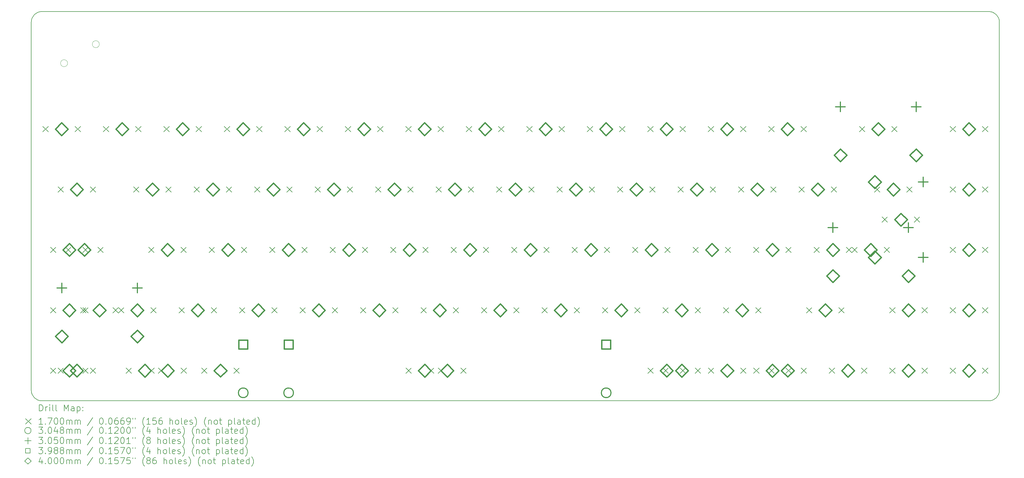
<source format=gbr>
%TF.GenerationSoftware,KiCad,Pcbnew,7.0.10*%
%TF.CreationDate,2024-01-29T15:04:39+01:00*%
%TF.ProjectId,discipline-pcb,64697363-6970-46c6-996e-652d7063622e,rev?*%
%TF.SameCoordinates,Original*%
%TF.FileFunction,Drillmap*%
%TF.FilePolarity,Positive*%
%FSLAX45Y45*%
G04 Gerber Fmt 4.5, Leading zero omitted, Abs format (unit mm)*
G04 Created by KiCad (PCBNEW 7.0.10) date 2024-01-29 15:04:39*
%MOMM*%
%LPD*%
G01*
G04 APERTURE LIST*
%ADD10C,0.150000*%
%ADD11C,0.120000*%
%ADD12C,0.200000*%
%ADD13C,0.170000*%
%ADD14C,0.304800*%
%ADD15C,0.305000*%
%ADD16C,0.398780*%
%ADD17C,0.400000*%
G04 APERTURE END LIST*
D10*
X5376638Y-17719816D02*
G75*
G03*
X5707644Y-18050222I330702J296D01*
G01*
X35535325Y-18050221D02*
G75*
G03*
X35866031Y-17719516I5J330701D01*
G01*
X35866035Y-6100181D02*
G75*
G03*
X35535325Y-5769475I-330705J1D01*
G01*
X35866031Y-6100181D02*
X35866031Y-17719516D01*
X5707344Y-5769478D02*
G75*
G03*
X5376638Y-6100181I-4J-330702D01*
G01*
X5707344Y-5769475D02*
X35535325Y-5769475D01*
X5376638Y-17719816D02*
X5376638Y-6100181D01*
X35535325Y-18050222D02*
X5707644Y-18050222D01*
D11*
X6518800Y-7399300D02*
G75*
G03*
X6298800Y-7399300I-110000J0D01*
G01*
X6298800Y-7399300D02*
G75*
G03*
X6518800Y-7399300I110000J0D01*
G01*
X7518800Y-6799300D02*
G75*
G03*
X7298800Y-6799300I-110000J0D01*
G01*
X7298800Y-6799300D02*
G75*
G03*
X7518800Y-6799300I110000J0D01*
G01*
D12*
D13*
X5741125Y-9392375D02*
X5911125Y-9562375D01*
X5911125Y-9392375D02*
X5741125Y-9562375D01*
X5979245Y-17011362D02*
X6149245Y-17181362D01*
X6149245Y-17011362D02*
X5979245Y-17181362D01*
X5979250Y-13201362D02*
X6149250Y-13371362D01*
X6149250Y-13201362D02*
X5979250Y-13371362D01*
X5979250Y-15107375D02*
X6149250Y-15277375D01*
X6149250Y-15107375D02*
X5979250Y-15277375D01*
X6217370Y-17011362D02*
X6387370Y-17181362D01*
X6387370Y-17011362D02*
X6217370Y-17181362D01*
X6217375Y-11297375D02*
X6387375Y-11467375D01*
X6387375Y-11297375D02*
X6217375Y-11467375D01*
X6455505Y-13201362D02*
X6625505Y-13371362D01*
X6625505Y-13201362D02*
X6455505Y-13371362D01*
X6757125Y-9392375D02*
X6927125Y-9562375D01*
X6927125Y-9392375D02*
X6757125Y-9562375D01*
X6931745Y-15107375D02*
X7101745Y-15277375D01*
X7101745Y-15107375D02*
X6931745Y-15277375D01*
X6995245Y-17011362D02*
X7165245Y-17181362D01*
X7165245Y-17011362D02*
X6995245Y-17181362D01*
X6995250Y-13201362D02*
X7165250Y-13371362D01*
X7165250Y-13201362D02*
X6995250Y-13371362D01*
X6995250Y-15107375D02*
X7165250Y-15277375D01*
X7165250Y-15107375D02*
X6995250Y-15277375D01*
X7233370Y-17011362D02*
X7403370Y-17181362D01*
X7403370Y-17011362D02*
X7233370Y-17181362D01*
X7233375Y-11297375D02*
X7403375Y-11467375D01*
X7403375Y-11297375D02*
X7233375Y-11467375D01*
X7471505Y-13201362D02*
X7641505Y-13371362D01*
X7641505Y-13201362D02*
X7471505Y-13371362D01*
X7646125Y-9392375D02*
X7816125Y-9562375D01*
X7816125Y-9392375D02*
X7646125Y-9562375D01*
X7947745Y-15107375D02*
X8117745Y-15277375D01*
X8117745Y-15107375D02*
X7947745Y-15277375D01*
X8122375Y-15107375D02*
X8292375Y-15277375D01*
X8292375Y-15107375D02*
X8122375Y-15277375D01*
X8360505Y-17012375D02*
X8530505Y-17182375D01*
X8530505Y-17012375D02*
X8360505Y-17182375D01*
X8598625Y-11297375D02*
X8768625Y-11467375D01*
X8768625Y-11297375D02*
X8598625Y-11467375D01*
X8662125Y-9392375D02*
X8832125Y-9562375D01*
X8832125Y-9392375D02*
X8662125Y-9562375D01*
X9074875Y-13202375D02*
X9244875Y-13372375D01*
X9244875Y-13202375D02*
X9074875Y-13372375D01*
X9077303Y-17011982D02*
X9247303Y-17181982D01*
X9247303Y-17011982D02*
X9077303Y-17181982D01*
X9138375Y-15107375D02*
X9308375Y-15277375D01*
X9308375Y-15107375D02*
X9138375Y-15277375D01*
X9376505Y-17012375D02*
X9546505Y-17182375D01*
X9546505Y-17012375D02*
X9376505Y-17182375D01*
X9551125Y-9392375D02*
X9721125Y-9562375D01*
X9721125Y-9392375D02*
X9551125Y-9562375D01*
X9614625Y-11297375D02*
X9784625Y-11467375D01*
X9784625Y-11297375D02*
X9614625Y-11467375D01*
X10027375Y-15107375D02*
X10197375Y-15277375D01*
X10197375Y-15107375D02*
X10027375Y-15277375D01*
X10090875Y-13202375D02*
X10260875Y-13372375D01*
X10260875Y-13202375D02*
X10090875Y-13372375D01*
X10093303Y-17011982D02*
X10263303Y-17181982D01*
X10263303Y-17011982D02*
X10093303Y-17181982D01*
X10503625Y-11297375D02*
X10673625Y-11467375D01*
X10673625Y-11297375D02*
X10503625Y-11467375D01*
X10567125Y-9392375D02*
X10737125Y-9562375D01*
X10737125Y-9392375D02*
X10567125Y-9562375D01*
X10741745Y-17011362D02*
X10911745Y-17181362D01*
X10911745Y-17011362D02*
X10741745Y-17181362D01*
X10979875Y-13202375D02*
X11149875Y-13372375D01*
X11149875Y-13202375D02*
X10979875Y-13372375D01*
X11043375Y-15107375D02*
X11213375Y-15277375D01*
X11213375Y-15107375D02*
X11043375Y-15277375D01*
X11456125Y-9392375D02*
X11626125Y-9562375D01*
X11626125Y-9392375D02*
X11456125Y-9562375D01*
X11519625Y-11297375D02*
X11689625Y-11467375D01*
X11689625Y-11297375D02*
X11519625Y-11467375D01*
X11757745Y-17011362D02*
X11927745Y-17181362D01*
X11927745Y-17011362D02*
X11757745Y-17181362D01*
X11932375Y-15107375D02*
X12102375Y-15277375D01*
X12102375Y-15107375D02*
X11932375Y-15277375D01*
X11995875Y-13202375D02*
X12165875Y-13372375D01*
X12165875Y-13202375D02*
X11995875Y-13372375D01*
X12408625Y-11297375D02*
X12578625Y-11467375D01*
X12578625Y-11297375D02*
X12408625Y-11467375D01*
X12472125Y-9392375D02*
X12642125Y-9562375D01*
X12642125Y-9392375D02*
X12472125Y-9562375D01*
X12884875Y-13202375D02*
X13054875Y-13372375D01*
X13054875Y-13202375D02*
X12884875Y-13372375D01*
X12948375Y-15107375D02*
X13118375Y-15277375D01*
X13118375Y-15107375D02*
X12948375Y-15277375D01*
X13361125Y-9392375D02*
X13531125Y-9562375D01*
X13531125Y-9392375D02*
X13361125Y-9562375D01*
X13424625Y-11297375D02*
X13594625Y-11467375D01*
X13594625Y-11297375D02*
X13424625Y-11467375D01*
X13837375Y-15107375D02*
X14007375Y-15277375D01*
X14007375Y-15107375D02*
X13837375Y-15277375D01*
X13900875Y-13202375D02*
X14070875Y-13372375D01*
X14070875Y-13202375D02*
X13900875Y-13372375D01*
X14313625Y-11297375D02*
X14483625Y-11467375D01*
X14483625Y-11297375D02*
X14313625Y-11467375D01*
X14377125Y-9392375D02*
X14547125Y-9562375D01*
X14547125Y-9392375D02*
X14377125Y-9562375D01*
X14789825Y-13202375D02*
X14959825Y-13372375D01*
X14959825Y-13202375D02*
X14789825Y-13372375D01*
X14853375Y-15107375D02*
X15023375Y-15277375D01*
X15023375Y-15107375D02*
X14853375Y-15277375D01*
X15266125Y-9392375D02*
X15436125Y-9562375D01*
X15436125Y-9392375D02*
X15266125Y-9562375D01*
X15329625Y-11297375D02*
X15499625Y-11467375D01*
X15499625Y-11297375D02*
X15329625Y-11467375D01*
X15742425Y-15107375D02*
X15912425Y-15277375D01*
X15912425Y-15107375D02*
X15742425Y-15277375D01*
X15805825Y-13202375D02*
X15975825Y-13372375D01*
X15975825Y-13202375D02*
X15805825Y-13372375D01*
X16218625Y-11297375D02*
X16388625Y-11467375D01*
X16388625Y-11297375D02*
X16218625Y-11467375D01*
X16282125Y-9392375D02*
X16452125Y-9562375D01*
X16452125Y-9392375D02*
X16282125Y-9562375D01*
X16694825Y-13202375D02*
X16864825Y-13372375D01*
X16864825Y-13202375D02*
X16694825Y-13372375D01*
X16758425Y-15107375D02*
X16928425Y-15277375D01*
X16928425Y-15107375D02*
X16758425Y-15277375D01*
X17171125Y-9392375D02*
X17341125Y-9562375D01*
X17341125Y-9392375D02*
X17171125Y-9562375D01*
X17173757Y-17013164D02*
X17343757Y-17183164D01*
X17343757Y-17013164D02*
X17173757Y-17183164D01*
X17234625Y-11297375D02*
X17404625Y-11467375D01*
X17404625Y-11297375D02*
X17234625Y-11467375D01*
X17647425Y-15107375D02*
X17817425Y-15277375D01*
X17817425Y-15107375D02*
X17647425Y-15277375D01*
X17710825Y-13202375D02*
X17880825Y-13372375D01*
X17880825Y-13202375D02*
X17710825Y-13372375D01*
X17885525Y-17012375D02*
X18055525Y-17182375D01*
X18055525Y-17012375D02*
X17885525Y-17182375D01*
X18123625Y-11297375D02*
X18293625Y-11467375D01*
X18293625Y-11297375D02*
X18123625Y-11467375D01*
X18187125Y-9392375D02*
X18357125Y-9562375D01*
X18357125Y-9392375D02*
X18187125Y-9562375D01*
X18189757Y-17013164D02*
X18359757Y-17183164D01*
X18359757Y-17013164D02*
X18189757Y-17183164D01*
X18599825Y-13202375D02*
X18769825Y-13372375D01*
X18769825Y-13202375D02*
X18599825Y-13372375D01*
X18663425Y-15107375D02*
X18833425Y-15277375D01*
X18833425Y-15107375D02*
X18663425Y-15277375D01*
X18901525Y-17012375D02*
X19071525Y-17182375D01*
X19071525Y-17012375D02*
X18901525Y-17182375D01*
X19076125Y-9392375D02*
X19246125Y-9562375D01*
X19246125Y-9392375D02*
X19076125Y-9562375D01*
X19139625Y-11297375D02*
X19309625Y-11467375D01*
X19309625Y-11297375D02*
X19139625Y-11467375D01*
X19552425Y-15107375D02*
X19722425Y-15277375D01*
X19722425Y-15107375D02*
X19552425Y-15277375D01*
X19615825Y-13202375D02*
X19785825Y-13372375D01*
X19785825Y-13202375D02*
X19615825Y-13372375D01*
X20028625Y-11297375D02*
X20198625Y-11467375D01*
X20198625Y-11297375D02*
X20028625Y-11467375D01*
X20092125Y-9392375D02*
X20262125Y-9562375D01*
X20262125Y-9392375D02*
X20092125Y-9562375D01*
X20504825Y-13202375D02*
X20674825Y-13372375D01*
X20674825Y-13202375D02*
X20504825Y-13372375D01*
X20568425Y-15107375D02*
X20738425Y-15277375D01*
X20738425Y-15107375D02*
X20568425Y-15277375D01*
X20981125Y-9392375D02*
X21151125Y-9562375D01*
X21151125Y-9392375D02*
X20981125Y-9562375D01*
X21044625Y-11297375D02*
X21214625Y-11467375D01*
X21214625Y-11297375D02*
X21044625Y-11467375D01*
X21457425Y-15107375D02*
X21627425Y-15277375D01*
X21627425Y-15107375D02*
X21457425Y-15277375D01*
X21520825Y-13202375D02*
X21690825Y-13372375D01*
X21690825Y-13202375D02*
X21520825Y-13372375D01*
X21933625Y-11297375D02*
X22103625Y-11467375D01*
X22103625Y-11297375D02*
X21933625Y-11467375D01*
X21997125Y-9392375D02*
X22167125Y-9562375D01*
X22167125Y-9392375D02*
X21997125Y-9562375D01*
X22409825Y-13202375D02*
X22579825Y-13372375D01*
X22579825Y-13202375D02*
X22409825Y-13372375D01*
X22473425Y-15107375D02*
X22643425Y-15277375D01*
X22643425Y-15107375D02*
X22473425Y-15277375D01*
X22886125Y-9392375D02*
X23056125Y-9562375D01*
X23056125Y-9392375D02*
X22886125Y-9562375D01*
X22949625Y-11297375D02*
X23119625Y-11467375D01*
X23119625Y-11297375D02*
X22949625Y-11467375D01*
X23362425Y-15107375D02*
X23532425Y-15277375D01*
X23532425Y-15107375D02*
X23362425Y-15277375D01*
X23425825Y-13202375D02*
X23595825Y-13372375D01*
X23595825Y-13202375D02*
X23425825Y-13372375D01*
X23838625Y-11297375D02*
X24008625Y-11467375D01*
X24008625Y-11297375D02*
X23838625Y-11467375D01*
X23902125Y-9392375D02*
X24072125Y-9562375D01*
X24072125Y-9392375D02*
X23902125Y-9562375D01*
X24314825Y-13202375D02*
X24484825Y-13372375D01*
X24484825Y-13202375D02*
X24314825Y-13372375D01*
X24378425Y-15107375D02*
X24548425Y-15277375D01*
X24548425Y-15107375D02*
X24378425Y-15277375D01*
X24791125Y-9392375D02*
X24961125Y-9562375D01*
X24961125Y-9392375D02*
X24791125Y-9562375D01*
X24794088Y-17011362D02*
X24964088Y-17181362D01*
X24964088Y-17011362D02*
X24794088Y-17181362D01*
X24854625Y-11297375D02*
X25024625Y-11467375D01*
X25024625Y-11297375D02*
X24854625Y-11467375D01*
X25267425Y-15107375D02*
X25437425Y-15277375D01*
X25437425Y-15107375D02*
X25267425Y-15277375D01*
X25271394Y-17012375D02*
X25441394Y-17182375D01*
X25441394Y-17012375D02*
X25271394Y-17182375D01*
X25330825Y-13202375D02*
X25500825Y-13372375D01*
X25500825Y-13202375D02*
X25330825Y-13372375D01*
X25743625Y-11297375D02*
X25913625Y-11467375D01*
X25913625Y-11297375D02*
X25743625Y-11467375D01*
X25807125Y-9392375D02*
X25977125Y-9562375D01*
X25977125Y-9392375D02*
X25807125Y-9562375D01*
X25810088Y-17011362D02*
X25980088Y-17181362D01*
X25980088Y-17011362D02*
X25810088Y-17181362D01*
X26219825Y-13202375D02*
X26389825Y-13372375D01*
X26389825Y-13202375D02*
X26219825Y-13372375D01*
X26283425Y-15107375D02*
X26453425Y-15277375D01*
X26453425Y-15107375D02*
X26283425Y-15277375D01*
X26287394Y-17012375D02*
X26457394Y-17182375D01*
X26457394Y-17012375D02*
X26287394Y-17182375D01*
X26696125Y-9392375D02*
X26866125Y-9562375D01*
X26866125Y-9392375D02*
X26696125Y-9562375D01*
X26699621Y-17012375D02*
X26869621Y-17182375D01*
X26869621Y-17012375D02*
X26699621Y-17182375D01*
X26759625Y-11297375D02*
X26929625Y-11467375D01*
X26929625Y-11297375D02*
X26759625Y-11467375D01*
X27172425Y-15107375D02*
X27342425Y-15277375D01*
X27342425Y-15107375D02*
X27172425Y-15277375D01*
X27235825Y-13202375D02*
X27405825Y-13372375D01*
X27405825Y-13202375D02*
X27235825Y-13372375D01*
X27648625Y-11297375D02*
X27818625Y-11467375D01*
X27818625Y-11297375D02*
X27648625Y-11467375D01*
X27712125Y-9392375D02*
X27882125Y-9562375D01*
X27882125Y-9392375D02*
X27712125Y-9562375D01*
X27715621Y-17012375D02*
X27885621Y-17182375D01*
X27885621Y-17012375D02*
X27715621Y-17182375D01*
X28124825Y-13202375D02*
X28294825Y-13372375D01*
X28294825Y-13202375D02*
X28124825Y-13372375D01*
X28127013Y-17012375D02*
X28297013Y-17182375D01*
X28297013Y-17012375D02*
X28127013Y-17182375D01*
X28188425Y-15107375D02*
X28358425Y-15277375D01*
X28358425Y-15107375D02*
X28188425Y-15277375D01*
X28601125Y-9392375D02*
X28771125Y-9562375D01*
X28771125Y-9392375D02*
X28601125Y-9562375D01*
X28605153Y-17011362D02*
X28775153Y-17181362D01*
X28775153Y-17011362D02*
X28605153Y-17181362D01*
X28664625Y-11297375D02*
X28834625Y-11467375D01*
X28834625Y-11297375D02*
X28664625Y-11467375D01*
X29140825Y-13202375D02*
X29310825Y-13372375D01*
X29310825Y-13202375D02*
X29140825Y-13372375D01*
X29143013Y-17012375D02*
X29313013Y-17182375D01*
X29313013Y-17012375D02*
X29143013Y-17182375D01*
X29553625Y-11297375D02*
X29723625Y-11467375D01*
X29723625Y-11297375D02*
X29553625Y-11467375D01*
X29617125Y-9392375D02*
X29787125Y-9562375D01*
X29787125Y-9392375D02*
X29617125Y-9562375D01*
X29621153Y-17011362D02*
X29791153Y-17181362D01*
X29791153Y-17011362D02*
X29621153Y-17181362D01*
X29791725Y-15107375D02*
X29961725Y-15277375D01*
X29961725Y-15107375D02*
X29791725Y-15277375D01*
X30029875Y-13202375D02*
X30199875Y-13372375D01*
X30199875Y-13202375D02*
X30029875Y-13372375D01*
X30506125Y-17012375D02*
X30676125Y-17182375D01*
X30676125Y-17012375D02*
X30506125Y-17182375D01*
X30569625Y-11297375D02*
X30739625Y-11467375D01*
X30739625Y-11297375D02*
X30569625Y-11467375D01*
X30807725Y-15107375D02*
X30977725Y-15277375D01*
X30977725Y-15107375D02*
X30807725Y-15277375D01*
X31045875Y-13202375D02*
X31215875Y-13372375D01*
X31215875Y-13202375D02*
X31045875Y-13372375D01*
X31220525Y-13202375D02*
X31390525Y-13372375D01*
X31390525Y-13202375D02*
X31220525Y-13372375D01*
X31458625Y-9392375D02*
X31628625Y-9562375D01*
X31628625Y-9392375D02*
X31458625Y-9562375D01*
X31522125Y-17012375D02*
X31692125Y-17182375D01*
X31692125Y-17012375D02*
X31522125Y-17182375D01*
X31934825Y-11297375D02*
X32104825Y-11467375D01*
X32104825Y-11297375D02*
X31934825Y-11467375D01*
X32173000Y-12249875D02*
X32343000Y-12419875D01*
X32343000Y-12249875D02*
X32173000Y-12419875D01*
X32236525Y-13202375D02*
X32406525Y-13372375D01*
X32406525Y-13202375D02*
X32236525Y-13372375D01*
X32411125Y-15107375D02*
X32581125Y-15277375D01*
X32581125Y-15107375D02*
X32411125Y-15277375D01*
X32411125Y-17012375D02*
X32581125Y-17182375D01*
X32581125Y-17012375D02*
X32411125Y-17182375D01*
X32474625Y-9392375D02*
X32644625Y-9562375D01*
X32644625Y-9392375D02*
X32474625Y-9562375D01*
X32950825Y-11297375D02*
X33120825Y-11467375D01*
X33120825Y-11297375D02*
X32950825Y-11467375D01*
X33189000Y-12249875D02*
X33359000Y-12419875D01*
X33359000Y-12249875D02*
X33189000Y-12419875D01*
X33427125Y-15107375D02*
X33597125Y-15277375D01*
X33597125Y-15107375D02*
X33427125Y-15277375D01*
X33427125Y-17012375D02*
X33597125Y-17182375D01*
X33597125Y-17012375D02*
X33427125Y-17182375D01*
X34316125Y-9392375D02*
X34486125Y-9562375D01*
X34486125Y-9392375D02*
X34316125Y-9562375D01*
X34316125Y-11297375D02*
X34486125Y-11467375D01*
X34486125Y-11297375D02*
X34316125Y-11467375D01*
X34316125Y-13202375D02*
X34486125Y-13372375D01*
X34486125Y-13202375D02*
X34316125Y-13372375D01*
X34316125Y-15107375D02*
X34486125Y-15277375D01*
X34486125Y-15107375D02*
X34316125Y-15277375D01*
X34316125Y-17012375D02*
X34486125Y-17182375D01*
X34486125Y-17012375D02*
X34316125Y-17182375D01*
X35332125Y-9392375D02*
X35502125Y-9562375D01*
X35502125Y-9392375D02*
X35332125Y-9562375D01*
X35332125Y-11297375D02*
X35502125Y-11467375D01*
X35502125Y-11297375D02*
X35332125Y-11467375D01*
X35332125Y-13202375D02*
X35502125Y-13372375D01*
X35502125Y-13202375D02*
X35332125Y-13372375D01*
X35332125Y-15107375D02*
X35502125Y-15277375D01*
X35502125Y-15107375D02*
X35332125Y-15277375D01*
X35332125Y-17012375D02*
X35502125Y-17182375D01*
X35502125Y-17012375D02*
X35332125Y-17182375D01*
D14*
X12204157Y-17796664D02*
G75*
G03*
X11899357Y-17796664I-152400J0D01*
G01*
X11899357Y-17796664D02*
G75*
G03*
X12204157Y-17796664I152400J0D01*
G01*
X13633542Y-17796664D02*
G75*
G03*
X13328742Y-17796664I-152400J0D01*
G01*
X13328742Y-17796664D02*
G75*
G03*
X13633542Y-17796664I152400J0D01*
G01*
X23633522Y-17796664D02*
G75*
G03*
X23328722Y-17796664I-152400J0D01*
G01*
X23328722Y-17796664D02*
G75*
G03*
X23633522Y-17796664I152400J0D01*
G01*
X23634157Y-17796664D02*
G75*
G03*
X23329357Y-17796664I-152400J0D01*
G01*
X23329357Y-17796664D02*
G75*
G03*
X23634157Y-17796664I152400J0D01*
G01*
D15*
X6334745Y-14339875D02*
X6334745Y-14644875D01*
X6182245Y-14492375D02*
X6487245Y-14492375D01*
X8714745Y-14339875D02*
X8714745Y-14644875D01*
X8562245Y-14492375D02*
X8867245Y-14492375D01*
X30623525Y-12434875D02*
X30623525Y-12739875D01*
X30471025Y-12587375D02*
X30776025Y-12587375D01*
X30861625Y-8624875D02*
X30861625Y-8929875D01*
X30709125Y-8777375D02*
X31014125Y-8777375D01*
X33003525Y-12434875D02*
X33003525Y-12739875D01*
X32851025Y-12587375D02*
X33156025Y-12587375D01*
X33241625Y-8624875D02*
X33241625Y-8929875D01*
X33089125Y-8777375D02*
X33394125Y-8777375D01*
X33466000Y-10992375D02*
X33466000Y-11297375D01*
X33313500Y-11144875D02*
X33618500Y-11144875D01*
X33466000Y-13372375D02*
X33466000Y-13677375D01*
X33313500Y-13524875D02*
X33618500Y-13524875D01*
D16*
X12192749Y-16413655D02*
X12192749Y-16131673D01*
X11910766Y-16131673D01*
X11910766Y-16413655D01*
X12192749Y-16413655D01*
X13622134Y-16413655D02*
X13622134Y-16131673D01*
X13340151Y-16131673D01*
X13340151Y-16413655D01*
X13622134Y-16413655D01*
X23622114Y-16413655D02*
X23622114Y-16131673D01*
X23340131Y-16131673D01*
X23340131Y-16413655D01*
X23622114Y-16413655D01*
X23622749Y-16413655D02*
X23622749Y-16131673D01*
X23340766Y-16131673D01*
X23340766Y-16413655D01*
X23622749Y-16413655D01*
D17*
X6334125Y-9677375D02*
X6534125Y-9477375D01*
X6334125Y-9277375D01*
X6134125Y-9477375D01*
X6334125Y-9677375D01*
X6334745Y-16216375D02*
X6534745Y-16016375D01*
X6334745Y-15816375D01*
X6134745Y-16016375D01*
X6334745Y-16216375D01*
X6572245Y-17296362D02*
X6772245Y-17096362D01*
X6572245Y-16896362D01*
X6372245Y-17096362D01*
X6572245Y-17296362D01*
X6572250Y-13486362D02*
X6772250Y-13286362D01*
X6572250Y-13086362D01*
X6372250Y-13286362D01*
X6572250Y-13486362D01*
X6572250Y-15392375D02*
X6772250Y-15192375D01*
X6572250Y-14992375D01*
X6372250Y-15192375D01*
X6572250Y-15392375D01*
X6810370Y-17296362D02*
X7010370Y-17096362D01*
X6810370Y-16896362D01*
X6610370Y-17096362D01*
X6810370Y-17296362D01*
X6810375Y-11582375D02*
X7010375Y-11382375D01*
X6810375Y-11182375D01*
X6610375Y-11382375D01*
X6810375Y-11582375D01*
X7048505Y-13486362D02*
X7248505Y-13286362D01*
X7048505Y-13086362D01*
X6848505Y-13286362D01*
X7048505Y-13486362D01*
X7524745Y-15392375D02*
X7724745Y-15192375D01*
X7524745Y-14992375D01*
X7324745Y-15192375D01*
X7524745Y-15392375D01*
X8239125Y-9677375D02*
X8439125Y-9477375D01*
X8239125Y-9277375D01*
X8039125Y-9477375D01*
X8239125Y-9677375D01*
X8714745Y-16216375D02*
X8914745Y-16016375D01*
X8714745Y-15816375D01*
X8514745Y-16016375D01*
X8714745Y-16216375D01*
X8715375Y-15392375D02*
X8915375Y-15192375D01*
X8715375Y-14992375D01*
X8515375Y-15192375D01*
X8715375Y-15392375D01*
X8953505Y-17297375D02*
X9153505Y-17097375D01*
X8953505Y-16897375D01*
X8753505Y-17097375D01*
X8953505Y-17297375D01*
X9191625Y-11582375D02*
X9391625Y-11382375D01*
X9191625Y-11182375D01*
X8991625Y-11382375D01*
X9191625Y-11582375D01*
X9667875Y-13487375D02*
X9867875Y-13287375D01*
X9667875Y-13087375D01*
X9467875Y-13287375D01*
X9667875Y-13487375D01*
X9670303Y-17296982D02*
X9870303Y-17096982D01*
X9670303Y-16896982D01*
X9470303Y-17096982D01*
X9670303Y-17296982D01*
X10144125Y-9677375D02*
X10344125Y-9477375D01*
X10144125Y-9277375D01*
X9944125Y-9477375D01*
X10144125Y-9677375D01*
X10620375Y-15392375D02*
X10820375Y-15192375D01*
X10620375Y-14992375D01*
X10420375Y-15192375D01*
X10620375Y-15392375D01*
X11096625Y-11582375D02*
X11296625Y-11382375D01*
X11096625Y-11182375D01*
X10896625Y-11382375D01*
X11096625Y-11582375D01*
X11334745Y-17296362D02*
X11534745Y-17096362D01*
X11334745Y-16896362D01*
X11134745Y-17096362D01*
X11334745Y-17296362D01*
X11572875Y-13487375D02*
X11772875Y-13287375D01*
X11572875Y-13087375D01*
X11372875Y-13287375D01*
X11572875Y-13487375D01*
X12049125Y-9677375D02*
X12249125Y-9477375D01*
X12049125Y-9277375D01*
X11849125Y-9477375D01*
X12049125Y-9677375D01*
X12525375Y-15392375D02*
X12725375Y-15192375D01*
X12525375Y-14992375D01*
X12325375Y-15192375D01*
X12525375Y-15392375D01*
X13001625Y-11582375D02*
X13201625Y-11382375D01*
X13001625Y-11182375D01*
X12801625Y-11382375D01*
X13001625Y-11582375D01*
X13477875Y-13487375D02*
X13677875Y-13287375D01*
X13477875Y-13087375D01*
X13277875Y-13287375D01*
X13477875Y-13487375D01*
X13954125Y-9677375D02*
X14154125Y-9477375D01*
X13954125Y-9277375D01*
X13754125Y-9477375D01*
X13954125Y-9677375D01*
X14430375Y-15392375D02*
X14630375Y-15192375D01*
X14430375Y-14992375D01*
X14230375Y-15192375D01*
X14430375Y-15392375D01*
X14906625Y-11582375D02*
X15106625Y-11382375D01*
X14906625Y-11182375D01*
X14706625Y-11382375D01*
X14906625Y-11582375D01*
X15382825Y-13487375D02*
X15582825Y-13287375D01*
X15382825Y-13087375D01*
X15182825Y-13287375D01*
X15382825Y-13487375D01*
X15859125Y-9677375D02*
X16059125Y-9477375D01*
X15859125Y-9277375D01*
X15659125Y-9477375D01*
X15859125Y-9677375D01*
X16335425Y-15392375D02*
X16535425Y-15192375D01*
X16335425Y-14992375D01*
X16135425Y-15192375D01*
X16335425Y-15392375D01*
X16811625Y-11582375D02*
X17011625Y-11382375D01*
X16811625Y-11182375D01*
X16611625Y-11382375D01*
X16811625Y-11582375D01*
X17287825Y-13487375D02*
X17487825Y-13287375D01*
X17287825Y-13087375D01*
X17087825Y-13287375D01*
X17287825Y-13487375D01*
X17764125Y-9677375D02*
X17964125Y-9477375D01*
X17764125Y-9277375D01*
X17564125Y-9477375D01*
X17764125Y-9677375D01*
X17766757Y-17298164D02*
X17966757Y-17098164D01*
X17766757Y-16898164D01*
X17566757Y-17098164D01*
X17766757Y-17298164D01*
X18240425Y-15392375D02*
X18440425Y-15192375D01*
X18240425Y-14992375D01*
X18040425Y-15192375D01*
X18240425Y-15392375D01*
X18478525Y-17297375D02*
X18678525Y-17097375D01*
X18478525Y-16897375D01*
X18278525Y-17097375D01*
X18478525Y-17297375D01*
X18716625Y-11582375D02*
X18916625Y-11382375D01*
X18716625Y-11182375D01*
X18516625Y-11382375D01*
X18716625Y-11582375D01*
X19192825Y-13487375D02*
X19392825Y-13287375D01*
X19192825Y-13087375D01*
X18992825Y-13287375D01*
X19192825Y-13487375D01*
X19669125Y-9677375D02*
X19869125Y-9477375D01*
X19669125Y-9277375D01*
X19469125Y-9477375D01*
X19669125Y-9677375D01*
X20145425Y-15392375D02*
X20345425Y-15192375D01*
X20145425Y-14992375D01*
X19945425Y-15192375D01*
X20145425Y-15392375D01*
X20621625Y-11582375D02*
X20821625Y-11382375D01*
X20621625Y-11182375D01*
X20421625Y-11382375D01*
X20621625Y-11582375D01*
X21097825Y-13487375D02*
X21297825Y-13287375D01*
X21097825Y-13087375D01*
X20897825Y-13287375D01*
X21097825Y-13487375D01*
X21574125Y-9677375D02*
X21774125Y-9477375D01*
X21574125Y-9277375D01*
X21374125Y-9477375D01*
X21574125Y-9677375D01*
X22050425Y-15392375D02*
X22250425Y-15192375D01*
X22050425Y-14992375D01*
X21850425Y-15192375D01*
X22050425Y-15392375D01*
X22526625Y-11582375D02*
X22726625Y-11382375D01*
X22526625Y-11182375D01*
X22326625Y-11382375D01*
X22526625Y-11582375D01*
X23002825Y-13487375D02*
X23202825Y-13287375D01*
X23002825Y-13087375D01*
X22802825Y-13287375D01*
X23002825Y-13487375D01*
X23479125Y-9677375D02*
X23679125Y-9477375D01*
X23479125Y-9277375D01*
X23279125Y-9477375D01*
X23479125Y-9677375D01*
X23955425Y-15392375D02*
X24155425Y-15192375D01*
X23955425Y-14992375D01*
X23755425Y-15192375D01*
X23955425Y-15392375D01*
X24431625Y-11582375D02*
X24631625Y-11382375D01*
X24431625Y-11182375D01*
X24231625Y-11382375D01*
X24431625Y-11582375D01*
X24907825Y-13487375D02*
X25107825Y-13287375D01*
X24907825Y-13087375D01*
X24707825Y-13287375D01*
X24907825Y-13487375D01*
X25384125Y-9677375D02*
X25584125Y-9477375D01*
X25384125Y-9277375D01*
X25184125Y-9477375D01*
X25384125Y-9677375D01*
X25387088Y-17296362D02*
X25587088Y-17096362D01*
X25387088Y-16896362D01*
X25187088Y-17096362D01*
X25387088Y-17296362D01*
X25860425Y-15392375D02*
X26060425Y-15192375D01*
X25860425Y-14992375D01*
X25660425Y-15192375D01*
X25860425Y-15392375D01*
X25864394Y-17297375D02*
X26064394Y-17097375D01*
X25864394Y-16897375D01*
X25664394Y-17097375D01*
X25864394Y-17297375D01*
X26336625Y-11582375D02*
X26536625Y-11382375D01*
X26336625Y-11182375D01*
X26136625Y-11382375D01*
X26336625Y-11582375D01*
X26812825Y-13487375D02*
X27012825Y-13287375D01*
X26812825Y-13087375D01*
X26612825Y-13287375D01*
X26812825Y-13487375D01*
X27289125Y-9677375D02*
X27489125Y-9477375D01*
X27289125Y-9277375D01*
X27089125Y-9477375D01*
X27289125Y-9677375D01*
X27292621Y-17297375D02*
X27492621Y-17097375D01*
X27292621Y-16897375D01*
X27092621Y-17097375D01*
X27292621Y-17297375D01*
X27765425Y-15392375D02*
X27965425Y-15192375D01*
X27765425Y-14992375D01*
X27565425Y-15192375D01*
X27765425Y-15392375D01*
X28241625Y-11582375D02*
X28441625Y-11382375D01*
X28241625Y-11182375D01*
X28041625Y-11382375D01*
X28241625Y-11582375D01*
X28717825Y-13487375D02*
X28917825Y-13287375D01*
X28717825Y-13087375D01*
X28517825Y-13287375D01*
X28717825Y-13487375D01*
X28720013Y-17297375D02*
X28920013Y-17097375D01*
X28720013Y-16897375D01*
X28520013Y-17097375D01*
X28720013Y-17297375D01*
X29194125Y-9677375D02*
X29394125Y-9477375D01*
X29194125Y-9277375D01*
X28994125Y-9477375D01*
X29194125Y-9677375D01*
X29198153Y-17296362D02*
X29398153Y-17096362D01*
X29198153Y-16896362D01*
X28998153Y-17096362D01*
X29198153Y-17296362D01*
X30146625Y-11582375D02*
X30346625Y-11382375D01*
X30146625Y-11182375D01*
X29946625Y-11382375D01*
X30146625Y-11582375D01*
X30384725Y-15392375D02*
X30584725Y-15192375D01*
X30384725Y-14992375D01*
X30184725Y-15192375D01*
X30384725Y-15392375D01*
X30622875Y-13487375D02*
X30822875Y-13287375D01*
X30622875Y-13087375D01*
X30422875Y-13287375D01*
X30622875Y-13487375D01*
X30623525Y-14311375D02*
X30823525Y-14111375D01*
X30623525Y-13911375D01*
X30423525Y-14111375D01*
X30623525Y-14311375D01*
X30861625Y-10501375D02*
X31061625Y-10301375D01*
X30861625Y-10101375D01*
X30661625Y-10301375D01*
X30861625Y-10501375D01*
X31099125Y-17297375D02*
X31299125Y-17097375D01*
X31099125Y-16897375D01*
X30899125Y-17097375D01*
X31099125Y-17297375D01*
X31813525Y-13487375D02*
X32013525Y-13287375D01*
X31813525Y-13087375D01*
X31613525Y-13287375D01*
X31813525Y-13487375D01*
X31942000Y-11344875D02*
X32142000Y-11144875D01*
X31942000Y-10944875D01*
X31742000Y-11144875D01*
X31942000Y-11344875D01*
X31942000Y-13724875D02*
X32142000Y-13524875D01*
X31942000Y-13324875D01*
X31742000Y-13524875D01*
X31942000Y-13724875D01*
X32051625Y-9677375D02*
X32251625Y-9477375D01*
X32051625Y-9277375D01*
X31851625Y-9477375D01*
X32051625Y-9677375D01*
X32527825Y-11582375D02*
X32727825Y-11382375D01*
X32527825Y-11182375D01*
X32327825Y-11382375D01*
X32527825Y-11582375D01*
X32766000Y-12534875D02*
X32966000Y-12334875D01*
X32766000Y-12134875D01*
X32566000Y-12334875D01*
X32766000Y-12534875D01*
X33003525Y-14311375D02*
X33203525Y-14111375D01*
X33003525Y-13911375D01*
X32803525Y-14111375D01*
X33003525Y-14311375D01*
X33004125Y-15392375D02*
X33204125Y-15192375D01*
X33004125Y-14992375D01*
X32804125Y-15192375D01*
X33004125Y-15392375D01*
X33004125Y-17297375D02*
X33204125Y-17097375D01*
X33004125Y-16897375D01*
X32804125Y-17097375D01*
X33004125Y-17297375D01*
X33241625Y-10501375D02*
X33441625Y-10301375D01*
X33241625Y-10101375D01*
X33041625Y-10301375D01*
X33241625Y-10501375D01*
X34909125Y-9677375D02*
X35109125Y-9477375D01*
X34909125Y-9277375D01*
X34709125Y-9477375D01*
X34909125Y-9677375D01*
X34909125Y-11582375D02*
X35109125Y-11382375D01*
X34909125Y-11182375D01*
X34709125Y-11382375D01*
X34909125Y-11582375D01*
X34909125Y-13487375D02*
X35109125Y-13287375D01*
X34909125Y-13087375D01*
X34709125Y-13287375D01*
X34909125Y-13487375D01*
X34909125Y-15392375D02*
X35109125Y-15192375D01*
X34909125Y-14992375D01*
X34709125Y-15192375D01*
X34909125Y-15392375D01*
X34909125Y-17297375D02*
X35109125Y-17097375D01*
X34909125Y-16897375D01*
X34709125Y-17097375D01*
X34909125Y-17297375D01*
D12*
X5629915Y-18369206D02*
X5629915Y-18169206D01*
X5629915Y-18169206D02*
X5677534Y-18169206D01*
X5677534Y-18169206D02*
X5706105Y-18178730D01*
X5706105Y-18178730D02*
X5725153Y-18197777D01*
X5725153Y-18197777D02*
X5734677Y-18216825D01*
X5734677Y-18216825D02*
X5744201Y-18254920D01*
X5744201Y-18254920D02*
X5744201Y-18283491D01*
X5744201Y-18283491D02*
X5734677Y-18321587D01*
X5734677Y-18321587D02*
X5725153Y-18340634D01*
X5725153Y-18340634D02*
X5706105Y-18359682D01*
X5706105Y-18359682D02*
X5677534Y-18369206D01*
X5677534Y-18369206D02*
X5629915Y-18369206D01*
X5829915Y-18369206D02*
X5829915Y-18235872D01*
X5829915Y-18273968D02*
X5839439Y-18254920D01*
X5839439Y-18254920D02*
X5848963Y-18245396D01*
X5848963Y-18245396D02*
X5868010Y-18235872D01*
X5868010Y-18235872D02*
X5887058Y-18235872D01*
X5953724Y-18369206D02*
X5953724Y-18235872D01*
X5953724Y-18169206D02*
X5944201Y-18178730D01*
X5944201Y-18178730D02*
X5953724Y-18188253D01*
X5953724Y-18188253D02*
X5963248Y-18178730D01*
X5963248Y-18178730D02*
X5953724Y-18169206D01*
X5953724Y-18169206D02*
X5953724Y-18188253D01*
X6077534Y-18369206D02*
X6058486Y-18359682D01*
X6058486Y-18359682D02*
X6048963Y-18340634D01*
X6048963Y-18340634D02*
X6048963Y-18169206D01*
X6182296Y-18369206D02*
X6163248Y-18359682D01*
X6163248Y-18359682D02*
X6153724Y-18340634D01*
X6153724Y-18340634D02*
X6153724Y-18169206D01*
X6410867Y-18369206D02*
X6410867Y-18169206D01*
X6410867Y-18169206D02*
X6477534Y-18312063D01*
X6477534Y-18312063D02*
X6544201Y-18169206D01*
X6544201Y-18169206D02*
X6544201Y-18369206D01*
X6725153Y-18369206D02*
X6725153Y-18264444D01*
X6725153Y-18264444D02*
X6715629Y-18245396D01*
X6715629Y-18245396D02*
X6696582Y-18235872D01*
X6696582Y-18235872D02*
X6658486Y-18235872D01*
X6658486Y-18235872D02*
X6639439Y-18245396D01*
X6725153Y-18359682D02*
X6706105Y-18369206D01*
X6706105Y-18369206D02*
X6658486Y-18369206D01*
X6658486Y-18369206D02*
X6639439Y-18359682D01*
X6639439Y-18359682D02*
X6629915Y-18340634D01*
X6629915Y-18340634D02*
X6629915Y-18321587D01*
X6629915Y-18321587D02*
X6639439Y-18302539D01*
X6639439Y-18302539D02*
X6658486Y-18293015D01*
X6658486Y-18293015D02*
X6706105Y-18293015D01*
X6706105Y-18293015D02*
X6725153Y-18283491D01*
X6820391Y-18235872D02*
X6820391Y-18435872D01*
X6820391Y-18245396D02*
X6839439Y-18235872D01*
X6839439Y-18235872D02*
X6877534Y-18235872D01*
X6877534Y-18235872D02*
X6896582Y-18245396D01*
X6896582Y-18245396D02*
X6906105Y-18254920D01*
X6906105Y-18254920D02*
X6915629Y-18273968D01*
X6915629Y-18273968D02*
X6915629Y-18331110D01*
X6915629Y-18331110D02*
X6906105Y-18350158D01*
X6906105Y-18350158D02*
X6896582Y-18359682D01*
X6896582Y-18359682D02*
X6877534Y-18369206D01*
X6877534Y-18369206D02*
X6839439Y-18369206D01*
X6839439Y-18369206D02*
X6820391Y-18359682D01*
X7001344Y-18350158D02*
X7010867Y-18359682D01*
X7010867Y-18359682D02*
X7001344Y-18369206D01*
X7001344Y-18369206D02*
X6991820Y-18359682D01*
X6991820Y-18359682D02*
X7001344Y-18350158D01*
X7001344Y-18350158D02*
X7001344Y-18369206D01*
X7001344Y-18245396D02*
X7010867Y-18254920D01*
X7010867Y-18254920D02*
X7001344Y-18264444D01*
X7001344Y-18264444D02*
X6991820Y-18254920D01*
X6991820Y-18254920D02*
X7001344Y-18245396D01*
X7001344Y-18245396D02*
X7001344Y-18264444D01*
D13*
X5199138Y-18612722D02*
X5369138Y-18782722D01*
X5369138Y-18612722D02*
X5199138Y-18782722D01*
D12*
X5734677Y-18789206D02*
X5620391Y-18789206D01*
X5677534Y-18789206D02*
X5677534Y-18589206D01*
X5677534Y-18589206D02*
X5658486Y-18617777D01*
X5658486Y-18617777D02*
X5639439Y-18636825D01*
X5639439Y-18636825D02*
X5620391Y-18646349D01*
X5820391Y-18770158D02*
X5829915Y-18779682D01*
X5829915Y-18779682D02*
X5820391Y-18789206D01*
X5820391Y-18789206D02*
X5810867Y-18779682D01*
X5810867Y-18779682D02*
X5820391Y-18770158D01*
X5820391Y-18770158D02*
X5820391Y-18789206D01*
X5896582Y-18589206D02*
X6029915Y-18589206D01*
X6029915Y-18589206D02*
X5944201Y-18789206D01*
X6144201Y-18589206D02*
X6163248Y-18589206D01*
X6163248Y-18589206D02*
X6182296Y-18598730D01*
X6182296Y-18598730D02*
X6191820Y-18608253D01*
X6191820Y-18608253D02*
X6201344Y-18627301D01*
X6201344Y-18627301D02*
X6210867Y-18665396D01*
X6210867Y-18665396D02*
X6210867Y-18713015D01*
X6210867Y-18713015D02*
X6201344Y-18751110D01*
X6201344Y-18751110D02*
X6191820Y-18770158D01*
X6191820Y-18770158D02*
X6182296Y-18779682D01*
X6182296Y-18779682D02*
X6163248Y-18789206D01*
X6163248Y-18789206D02*
X6144201Y-18789206D01*
X6144201Y-18789206D02*
X6125153Y-18779682D01*
X6125153Y-18779682D02*
X6115629Y-18770158D01*
X6115629Y-18770158D02*
X6106105Y-18751110D01*
X6106105Y-18751110D02*
X6096582Y-18713015D01*
X6096582Y-18713015D02*
X6096582Y-18665396D01*
X6096582Y-18665396D02*
X6106105Y-18627301D01*
X6106105Y-18627301D02*
X6115629Y-18608253D01*
X6115629Y-18608253D02*
X6125153Y-18598730D01*
X6125153Y-18598730D02*
X6144201Y-18589206D01*
X6334677Y-18589206D02*
X6353725Y-18589206D01*
X6353725Y-18589206D02*
X6372772Y-18598730D01*
X6372772Y-18598730D02*
X6382296Y-18608253D01*
X6382296Y-18608253D02*
X6391820Y-18627301D01*
X6391820Y-18627301D02*
X6401344Y-18665396D01*
X6401344Y-18665396D02*
X6401344Y-18713015D01*
X6401344Y-18713015D02*
X6391820Y-18751110D01*
X6391820Y-18751110D02*
X6382296Y-18770158D01*
X6382296Y-18770158D02*
X6372772Y-18779682D01*
X6372772Y-18779682D02*
X6353725Y-18789206D01*
X6353725Y-18789206D02*
X6334677Y-18789206D01*
X6334677Y-18789206D02*
X6315629Y-18779682D01*
X6315629Y-18779682D02*
X6306105Y-18770158D01*
X6306105Y-18770158D02*
X6296582Y-18751110D01*
X6296582Y-18751110D02*
X6287058Y-18713015D01*
X6287058Y-18713015D02*
X6287058Y-18665396D01*
X6287058Y-18665396D02*
X6296582Y-18627301D01*
X6296582Y-18627301D02*
X6306105Y-18608253D01*
X6306105Y-18608253D02*
X6315629Y-18598730D01*
X6315629Y-18598730D02*
X6334677Y-18589206D01*
X6487058Y-18789206D02*
X6487058Y-18655872D01*
X6487058Y-18674920D02*
X6496582Y-18665396D01*
X6496582Y-18665396D02*
X6515629Y-18655872D01*
X6515629Y-18655872D02*
X6544201Y-18655872D01*
X6544201Y-18655872D02*
X6563248Y-18665396D01*
X6563248Y-18665396D02*
X6572772Y-18684444D01*
X6572772Y-18684444D02*
X6572772Y-18789206D01*
X6572772Y-18684444D02*
X6582296Y-18665396D01*
X6582296Y-18665396D02*
X6601344Y-18655872D01*
X6601344Y-18655872D02*
X6629915Y-18655872D01*
X6629915Y-18655872D02*
X6648963Y-18665396D01*
X6648963Y-18665396D02*
X6658486Y-18684444D01*
X6658486Y-18684444D02*
X6658486Y-18789206D01*
X6753725Y-18789206D02*
X6753725Y-18655872D01*
X6753725Y-18674920D02*
X6763248Y-18665396D01*
X6763248Y-18665396D02*
X6782296Y-18655872D01*
X6782296Y-18655872D02*
X6810867Y-18655872D01*
X6810867Y-18655872D02*
X6829915Y-18665396D01*
X6829915Y-18665396D02*
X6839439Y-18684444D01*
X6839439Y-18684444D02*
X6839439Y-18789206D01*
X6839439Y-18684444D02*
X6848963Y-18665396D01*
X6848963Y-18665396D02*
X6868010Y-18655872D01*
X6868010Y-18655872D02*
X6896582Y-18655872D01*
X6896582Y-18655872D02*
X6915629Y-18665396D01*
X6915629Y-18665396D02*
X6925153Y-18684444D01*
X6925153Y-18684444D02*
X6925153Y-18789206D01*
X7315629Y-18579682D02*
X7144201Y-18836825D01*
X7572772Y-18589206D02*
X7591820Y-18589206D01*
X7591820Y-18589206D02*
X7610868Y-18598730D01*
X7610868Y-18598730D02*
X7620391Y-18608253D01*
X7620391Y-18608253D02*
X7629915Y-18627301D01*
X7629915Y-18627301D02*
X7639439Y-18665396D01*
X7639439Y-18665396D02*
X7639439Y-18713015D01*
X7639439Y-18713015D02*
X7629915Y-18751110D01*
X7629915Y-18751110D02*
X7620391Y-18770158D01*
X7620391Y-18770158D02*
X7610868Y-18779682D01*
X7610868Y-18779682D02*
X7591820Y-18789206D01*
X7591820Y-18789206D02*
X7572772Y-18789206D01*
X7572772Y-18789206D02*
X7553725Y-18779682D01*
X7553725Y-18779682D02*
X7544201Y-18770158D01*
X7544201Y-18770158D02*
X7534677Y-18751110D01*
X7534677Y-18751110D02*
X7525153Y-18713015D01*
X7525153Y-18713015D02*
X7525153Y-18665396D01*
X7525153Y-18665396D02*
X7534677Y-18627301D01*
X7534677Y-18627301D02*
X7544201Y-18608253D01*
X7544201Y-18608253D02*
X7553725Y-18598730D01*
X7553725Y-18598730D02*
X7572772Y-18589206D01*
X7725153Y-18770158D02*
X7734677Y-18779682D01*
X7734677Y-18779682D02*
X7725153Y-18789206D01*
X7725153Y-18789206D02*
X7715629Y-18779682D01*
X7715629Y-18779682D02*
X7725153Y-18770158D01*
X7725153Y-18770158D02*
X7725153Y-18789206D01*
X7858487Y-18589206D02*
X7877534Y-18589206D01*
X7877534Y-18589206D02*
X7896582Y-18598730D01*
X7896582Y-18598730D02*
X7906106Y-18608253D01*
X7906106Y-18608253D02*
X7915629Y-18627301D01*
X7915629Y-18627301D02*
X7925153Y-18665396D01*
X7925153Y-18665396D02*
X7925153Y-18713015D01*
X7925153Y-18713015D02*
X7915629Y-18751110D01*
X7915629Y-18751110D02*
X7906106Y-18770158D01*
X7906106Y-18770158D02*
X7896582Y-18779682D01*
X7896582Y-18779682D02*
X7877534Y-18789206D01*
X7877534Y-18789206D02*
X7858487Y-18789206D01*
X7858487Y-18789206D02*
X7839439Y-18779682D01*
X7839439Y-18779682D02*
X7829915Y-18770158D01*
X7829915Y-18770158D02*
X7820391Y-18751110D01*
X7820391Y-18751110D02*
X7810868Y-18713015D01*
X7810868Y-18713015D02*
X7810868Y-18665396D01*
X7810868Y-18665396D02*
X7820391Y-18627301D01*
X7820391Y-18627301D02*
X7829915Y-18608253D01*
X7829915Y-18608253D02*
X7839439Y-18598730D01*
X7839439Y-18598730D02*
X7858487Y-18589206D01*
X8096582Y-18589206D02*
X8058487Y-18589206D01*
X8058487Y-18589206D02*
X8039439Y-18598730D01*
X8039439Y-18598730D02*
X8029915Y-18608253D01*
X8029915Y-18608253D02*
X8010868Y-18636825D01*
X8010868Y-18636825D02*
X8001344Y-18674920D01*
X8001344Y-18674920D02*
X8001344Y-18751110D01*
X8001344Y-18751110D02*
X8010868Y-18770158D01*
X8010868Y-18770158D02*
X8020391Y-18779682D01*
X8020391Y-18779682D02*
X8039439Y-18789206D01*
X8039439Y-18789206D02*
X8077534Y-18789206D01*
X8077534Y-18789206D02*
X8096582Y-18779682D01*
X8096582Y-18779682D02*
X8106106Y-18770158D01*
X8106106Y-18770158D02*
X8115629Y-18751110D01*
X8115629Y-18751110D02*
X8115629Y-18703491D01*
X8115629Y-18703491D02*
X8106106Y-18684444D01*
X8106106Y-18684444D02*
X8096582Y-18674920D01*
X8096582Y-18674920D02*
X8077534Y-18665396D01*
X8077534Y-18665396D02*
X8039439Y-18665396D01*
X8039439Y-18665396D02*
X8020391Y-18674920D01*
X8020391Y-18674920D02*
X8010868Y-18684444D01*
X8010868Y-18684444D02*
X8001344Y-18703491D01*
X8287058Y-18589206D02*
X8248963Y-18589206D01*
X8248963Y-18589206D02*
X8229915Y-18598730D01*
X8229915Y-18598730D02*
X8220391Y-18608253D01*
X8220391Y-18608253D02*
X8201344Y-18636825D01*
X8201344Y-18636825D02*
X8191820Y-18674920D01*
X8191820Y-18674920D02*
X8191820Y-18751110D01*
X8191820Y-18751110D02*
X8201344Y-18770158D01*
X8201344Y-18770158D02*
X8210868Y-18779682D01*
X8210868Y-18779682D02*
X8229915Y-18789206D01*
X8229915Y-18789206D02*
X8268010Y-18789206D01*
X8268010Y-18789206D02*
X8287058Y-18779682D01*
X8287058Y-18779682D02*
X8296582Y-18770158D01*
X8296582Y-18770158D02*
X8306106Y-18751110D01*
X8306106Y-18751110D02*
X8306106Y-18703491D01*
X8306106Y-18703491D02*
X8296582Y-18684444D01*
X8296582Y-18684444D02*
X8287058Y-18674920D01*
X8287058Y-18674920D02*
X8268010Y-18665396D01*
X8268010Y-18665396D02*
X8229915Y-18665396D01*
X8229915Y-18665396D02*
X8210868Y-18674920D01*
X8210868Y-18674920D02*
X8201344Y-18684444D01*
X8201344Y-18684444D02*
X8191820Y-18703491D01*
X8401344Y-18789206D02*
X8439439Y-18789206D01*
X8439439Y-18789206D02*
X8458487Y-18779682D01*
X8458487Y-18779682D02*
X8468011Y-18770158D01*
X8468011Y-18770158D02*
X8487058Y-18741587D01*
X8487058Y-18741587D02*
X8496582Y-18703491D01*
X8496582Y-18703491D02*
X8496582Y-18627301D01*
X8496582Y-18627301D02*
X8487058Y-18608253D01*
X8487058Y-18608253D02*
X8477534Y-18598730D01*
X8477534Y-18598730D02*
X8458487Y-18589206D01*
X8458487Y-18589206D02*
X8420391Y-18589206D01*
X8420391Y-18589206D02*
X8401344Y-18598730D01*
X8401344Y-18598730D02*
X8391820Y-18608253D01*
X8391820Y-18608253D02*
X8382296Y-18627301D01*
X8382296Y-18627301D02*
X8382296Y-18674920D01*
X8382296Y-18674920D02*
X8391820Y-18693968D01*
X8391820Y-18693968D02*
X8401344Y-18703491D01*
X8401344Y-18703491D02*
X8420391Y-18713015D01*
X8420391Y-18713015D02*
X8458487Y-18713015D01*
X8458487Y-18713015D02*
X8477534Y-18703491D01*
X8477534Y-18703491D02*
X8487058Y-18693968D01*
X8487058Y-18693968D02*
X8496582Y-18674920D01*
X8572772Y-18589206D02*
X8572772Y-18627301D01*
X8648963Y-18589206D02*
X8648963Y-18627301D01*
X8944201Y-18865396D02*
X8934677Y-18855872D01*
X8934677Y-18855872D02*
X8915630Y-18827301D01*
X8915630Y-18827301D02*
X8906106Y-18808253D01*
X8906106Y-18808253D02*
X8896582Y-18779682D01*
X8896582Y-18779682D02*
X8887058Y-18732063D01*
X8887058Y-18732063D02*
X8887058Y-18693968D01*
X8887058Y-18693968D02*
X8896582Y-18646349D01*
X8896582Y-18646349D02*
X8906106Y-18617777D01*
X8906106Y-18617777D02*
X8915630Y-18598730D01*
X8915630Y-18598730D02*
X8934677Y-18570158D01*
X8934677Y-18570158D02*
X8944201Y-18560634D01*
X9125153Y-18789206D02*
X9010868Y-18789206D01*
X9068011Y-18789206D02*
X9068011Y-18589206D01*
X9068011Y-18589206D02*
X9048963Y-18617777D01*
X9048963Y-18617777D02*
X9029915Y-18636825D01*
X9029915Y-18636825D02*
X9010868Y-18646349D01*
X9306106Y-18589206D02*
X9210868Y-18589206D01*
X9210868Y-18589206D02*
X9201344Y-18684444D01*
X9201344Y-18684444D02*
X9210868Y-18674920D01*
X9210868Y-18674920D02*
X9229915Y-18665396D01*
X9229915Y-18665396D02*
X9277534Y-18665396D01*
X9277534Y-18665396D02*
X9296582Y-18674920D01*
X9296582Y-18674920D02*
X9306106Y-18684444D01*
X9306106Y-18684444D02*
X9315630Y-18703491D01*
X9315630Y-18703491D02*
X9315630Y-18751110D01*
X9315630Y-18751110D02*
X9306106Y-18770158D01*
X9306106Y-18770158D02*
X9296582Y-18779682D01*
X9296582Y-18779682D02*
X9277534Y-18789206D01*
X9277534Y-18789206D02*
X9229915Y-18789206D01*
X9229915Y-18789206D02*
X9210868Y-18779682D01*
X9210868Y-18779682D02*
X9201344Y-18770158D01*
X9487058Y-18589206D02*
X9448963Y-18589206D01*
X9448963Y-18589206D02*
X9429915Y-18598730D01*
X9429915Y-18598730D02*
X9420392Y-18608253D01*
X9420392Y-18608253D02*
X9401344Y-18636825D01*
X9401344Y-18636825D02*
X9391820Y-18674920D01*
X9391820Y-18674920D02*
X9391820Y-18751110D01*
X9391820Y-18751110D02*
X9401344Y-18770158D01*
X9401344Y-18770158D02*
X9410868Y-18779682D01*
X9410868Y-18779682D02*
X9429915Y-18789206D01*
X9429915Y-18789206D02*
X9468011Y-18789206D01*
X9468011Y-18789206D02*
X9487058Y-18779682D01*
X9487058Y-18779682D02*
X9496582Y-18770158D01*
X9496582Y-18770158D02*
X9506106Y-18751110D01*
X9506106Y-18751110D02*
X9506106Y-18703491D01*
X9506106Y-18703491D02*
X9496582Y-18684444D01*
X9496582Y-18684444D02*
X9487058Y-18674920D01*
X9487058Y-18674920D02*
X9468011Y-18665396D01*
X9468011Y-18665396D02*
X9429915Y-18665396D01*
X9429915Y-18665396D02*
X9410868Y-18674920D01*
X9410868Y-18674920D02*
X9401344Y-18684444D01*
X9401344Y-18684444D02*
X9391820Y-18703491D01*
X9744201Y-18789206D02*
X9744201Y-18589206D01*
X9829915Y-18789206D02*
X9829915Y-18684444D01*
X9829915Y-18684444D02*
X9820392Y-18665396D01*
X9820392Y-18665396D02*
X9801344Y-18655872D01*
X9801344Y-18655872D02*
X9772773Y-18655872D01*
X9772773Y-18655872D02*
X9753725Y-18665396D01*
X9753725Y-18665396D02*
X9744201Y-18674920D01*
X9953725Y-18789206D02*
X9934677Y-18779682D01*
X9934677Y-18779682D02*
X9925154Y-18770158D01*
X9925154Y-18770158D02*
X9915630Y-18751110D01*
X9915630Y-18751110D02*
X9915630Y-18693968D01*
X9915630Y-18693968D02*
X9925154Y-18674920D01*
X9925154Y-18674920D02*
X9934677Y-18665396D01*
X9934677Y-18665396D02*
X9953725Y-18655872D01*
X9953725Y-18655872D02*
X9982296Y-18655872D01*
X9982296Y-18655872D02*
X10001344Y-18665396D01*
X10001344Y-18665396D02*
X10010868Y-18674920D01*
X10010868Y-18674920D02*
X10020392Y-18693968D01*
X10020392Y-18693968D02*
X10020392Y-18751110D01*
X10020392Y-18751110D02*
X10010868Y-18770158D01*
X10010868Y-18770158D02*
X10001344Y-18779682D01*
X10001344Y-18779682D02*
X9982296Y-18789206D01*
X9982296Y-18789206D02*
X9953725Y-18789206D01*
X10134677Y-18789206D02*
X10115630Y-18779682D01*
X10115630Y-18779682D02*
X10106106Y-18760634D01*
X10106106Y-18760634D02*
X10106106Y-18589206D01*
X10287058Y-18779682D02*
X10268011Y-18789206D01*
X10268011Y-18789206D02*
X10229915Y-18789206D01*
X10229915Y-18789206D02*
X10210868Y-18779682D01*
X10210868Y-18779682D02*
X10201344Y-18760634D01*
X10201344Y-18760634D02*
X10201344Y-18684444D01*
X10201344Y-18684444D02*
X10210868Y-18665396D01*
X10210868Y-18665396D02*
X10229915Y-18655872D01*
X10229915Y-18655872D02*
X10268011Y-18655872D01*
X10268011Y-18655872D02*
X10287058Y-18665396D01*
X10287058Y-18665396D02*
X10296582Y-18684444D01*
X10296582Y-18684444D02*
X10296582Y-18703491D01*
X10296582Y-18703491D02*
X10201344Y-18722539D01*
X10372773Y-18779682D02*
X10391820Y-18789206D01*
X10391820Y-18789206D02*
X10429915Y-18789206D01*
X10429915Y-18789206D02*
X10448963Y-18779682D01*
X10448963Y-18779682D02*
X10458487Y-18760634D01*
X10458487Y-18760634D02*
X10458487Y-18751110D01*
X10458487Y-18751110D02*
X10448963Y-18732063D01*
X10448963Y-18732063D02*
X10429915Y-18722539D01*
X10429915Y-18722539D02*
X10401344Y-18722539D01*
X10401344Y-18722539D02*
X10382296Y-18713015D01*
X10382296Y-18713015D02*
X10372773Y-18693968D01*
X10372773Y-18693968D02*
X10372773Y-18684444D01*
X10372773Y-18684444D02*
X10382296Y-18665396D01*
X10382296Y-18665396D02*
X10401344Y-18655872D01*
X10401344Y-18655872D02*
X10429915Y-18655872D01*
X10429915Y-18655872D02*
X10448963Y-18665396D01*
X10525154Y-18865396D02*
X10534677Y-18855872D01*
X10534677Y-18855872D02*
X10553725Y-18827301D01*
X10553725Y-18827301D02*
X10563249Y-18808253D01*
X10563249Y-18808253D02*
X10572773Y-18779682D01*
X10572773Y-18779682D02*
X10582296Y-18732063D01*
X10582296Y-18732063D02*
X10582296Y-18693968D01*
X10582296Y-18693968D02*
X10572773Y-18646349D01*
X10572773Y-18646349D02*
X10563249Y-18617777D01*
X10563249Y-18617777D02*
X10553725Y-18598730D01*
X10553725Y-18598730D02*
X10534677Y-18570158D01*
X10534677Y-18570158D02*
X10525154Y-18560634D01*
X10887058Y-18865396D02*
X10877535Y-18855872D01*
X10877535Y-18855872D02*
X10858487Y-18827301D01*
X10858487Y-18827301D02*
X10848963Y-18808253D01*
X10848963Y-18808253D02*
X10839439Y-18779682D01*
X10839439Y-18779682D02*
X10829916Y-18732063D01*
X10829916Y-18732063D02*
X10829916Y-18693968D01*
X10829916Y-18693968D02*
X10839439Y-18646349D01*
X10839439Y-18646349D02*
X10848963Y-18617777D01*
X10848963Y-18617777D02*
X10858487Y-18598730D01*
X10858487Y-18598730D02*
X10877535Y-18570158D01*
X10877535Y-18570158D02*
X10887058Y-18560634D01*
X10963249Y-18655872D02*
X10963249Y-18789206D01*
X10963249Y-18674920D02*
X10972773Y-18665396D01*
X10972773Y-18665396D02*
X10991820Y-18655872D01*
X10991820Y-18655872D02*
X11020392Y-18655872D01*
X11020392Y-18655872D02*
X11039439Y-18665396D01*
X11039439Y-18665396D02*
X11048963Y-18684444D01*
X11048963Y-18684444D02*
X11048963Y-18789206D01*
X11172773Y-18789206D02*
X11153725Y-18779682D01*
X11153725Y-18779682D02*
X11144201Y-18770158D01*
X11144201Y-18770158D02*
X11134677Y-18751110D01*
X11134677Y-18751110D02*
X11134677Y-18693968D01*
X11134677Y-18693968D02*
X11144201Y-18674920D01*
X11144201Y-18674920D02*
X11153725Y-18665396D01*
X11153725Y-18665396D02*
X11172773Y-18655872D01*
X11172773Y-18655872D02*
X11201344Y-18655872D01*
X11201344Y-18655872D02*
X11220392Y-18665396D01*
X11220392Y-18665396D02*
X11229915Y-18674920D01*
X11229915Y-18674920D02*
X11239439Y-18693968D01*
X11239439Y-18693968D02*
X11239439Y-18751110D01*
X11239439Y-18751110D02*
X11229915Y-18770158D01*
X11229915Y-18770158D02*
X11220392Y-18779682D01*
X11220392Y-18779682D02*
X11201344Y-18789206D01*
X11201344Y-18789206D02*
X11172773Y-18789206D01*
X11296582Y-18655872D02*
X11372773Y-18655872D01*
X11325154Y-18589206D02*
X11325154Y-18760634D01*
X11325154Y-18760634D02*
X11334677Y-18779682D01*
X11334677Y-18779682D02*
X11353725Y-18789206D01*
X11353725Y-18789206D02*
X11372773Y-18789206D01*
X11591820Y-18655872D02*
X11591820Y-18855872D01*
X11591820Y-18665396D02*
X11610868Y-18655872D01*
X11610868Y-18655872D02*
X11648963Y-18655872D01*
X11648963Y-18655872D02*
X11668011Y-18665396D01*
X11668011Y-18665396D02*
X11677535Y-18674920D01*
X11677535Y-18674920D02*
X11687058Y-18693968D01*
X11687058Y-18693968D02*
X11687058Y-18751110D01*
X11687058Y-18751110D02*
X11677535Y-18770158D01*
X11677535Y-18770158D02*
X11668011Y-18779682D01*
X11668011Y-18779682D02*
X11648963Y-18789206D01*
X11648963Y-18789206D02*
X11610868Y-18789206D01*
X11610868Y-18789206D02*
X11591820Y-18779682D01*
X11801344Y-18789206D02*
X11782296Y-18779682D01*
X11782296Y-18779682D02*
X11772773Y-18760634D01*
X11772773Y-18760634D02*
X11772773Y-18589206D01*
X11963249Y-18789206D02*
X11963249Y-18684444D01*
X11963249Y-18684444D02*
X11953725Y-18665396D01*
X11953725Y-18665396D02*
X11934677Y-18655872D01*
X11934677Y-18655872D02*
X11896582Y-18655872D01*
X11896582Y-18655872D02*
X11877535Y-18665396D01*
X11963249Y-18779682D02*
X11944201Y-18789206D01*
X11944201Y-18789206D02*
X11896582Y-18789206D01*
X11896582Y-18789206D02*
X11877535Y-18779682D01*
X11877535Y-18779682D02*
X11868011Y-18760634D01*
X11868011Y-18760634D02*
X11868011Y-18741587D01*
X11868011Y-18741587D02*
X11877535Y-18722539D01*
X11877535Y-18722539D02*
X11896582Y-18713015D01*
X11896582Y-18713015D02*
X11944201Y-18713015D01*
X11944201Y-18713015D02*
X11963249Y-18703491D01*
X12029916Y-18655872D02*
X12106106Y-18655872D01*
X12058487Y-18589206D02*
X12058487Y-18760634D01*
X12058487Y-18760634D02*
X12068011Y-18779682D01*
X12068011Y-18779682D02*
X12087058Y-18789206D01*
X12087058Y-18789206D02*
X12106106Y-18789206D01*
X12248963Y-18779682D02*
X12229916Y-18789206D01*
X12229916Y-18789206D02*
X12191820Y-18789206D01*
X12191820Y-18789206D02*
X12172773Y-18779682D01*
X12172773Y-18779682D02*
X12163249Y-18760634D01*
X12163249Y-18760634D02*
X12163249Y-18684444D01*
X12163249Y-18684444D02*
X12172773Y-18665396D01*
X12172773Y-18665396D02*
X12191820Y-18655872D01*
X12191820Y-18655872D02*
X12229916Y-18655872D01*
X12229916Y-18655872D02*
X12248963Y-18665396D01*
X12248963Y-18665396D02*
X12258487Y-18684444D01*
X12258487Y-18684444D02*
X12258487Y-18703491D01*
X12258487Y-18703491D02*
X12163249Y-18722539D01*
X12429916Y-18789206D02*
X12429916Y-18589206D01*
X12429916Y-18779682D02*
X12410868Y-18789206D01*
X12410868Y-18789206D02*
X12372773Y-18789206D01*
X12372773Y-18789206D02*
X12353725Y-18779682D01*
X12353725Y-18779682D02*
X12344201Y-18770158D01*
X12344201Y-18770158D02*
X12334677Y-18751110D01*
X12334677Y-18751110D02*
X12334677Y-18693968D01*
X12334677Y-18693968D02*
X12344201Y-18674920D01*
X12344201Y-18674920D02*
X12353725Y-18665396D01*
X12353725Y-18665396D02*
X12372773Y-18655872D01*
X12372773Y-18655872D02*
X12410868Y-18655872D01*
X12410868Y-18655872D02*
X12429916Y-18665396D01*
X12506106Y-18865396D02*
X12515630Y-18855872D01*
X12515630Y-18855872D02*
X12534677Y-18827301D01*
X12534677Y-18827301D02*
X12544201Y-18808253D01*
X12544201Y-18808253D02*
X12553725Y-18779682D01*
X12553725Y-18779682D02*
X12563249Y-18732063D01*
X12563249Y-18732063D02*
X12563249Y-18693968D01*
X12563249Y-18693968D02*
X12553725Y-18646349D01*
X12553725Y-18646349D02*
X12544201Y-18617777D01*
X12544201Y-18617777D02*
X12534677Y-18598730D01*
X12534677Y-18598730D02*
X12515630Y-18570158D01*
X12515630Y-18570158D02*
X12506106Y-18560634D01*
X5369138Y-18987722D02*
G75*
G03*
X5169138Y-18987722I-100000J0D01*
G01*
X5169138Y-18987722D02*
G75*
G03*
X5369138Y-18987722I100000J0D01*
G01*
X5610867Y-18879206D02*
X5734677Y-18879206D01*
X5734677Y-18879206D02*
X5668010Y-18955396D01*
X5668010Y-18955396D02*
X5696582Y-18955396D01*
X5696582Y-18955396D02*
X5715629Y-18964920D01*
X5715629Y-18964920D02*
X5725153Y-18974444D01*
X5725153Y-18974444D02*
X5734677Y-18993491D01*
X5734677Y-18993491D02*
X5734677Y-19041110D01*
X5734677Y-19041110D02*
X5725153Y-19060158D01*
X5725153Y-19060158D02*
X5715629Y-19069682D01*
X5715629Y-19069682D02*
X5696582Y-19079206D01*
X5696582Y-19079206D02*
X5639439Y-19079206D01*
X5639439Y-19079206D02*
X5620391Y-19069682D01*
X5620391Y-19069682D02*
X5610867Y-19060158D01*
X5820391Y-19060158D02*
X5829915Y-19069682D01*
X5829915Y-19069682D02*
X5820391Y-19079206D01*
X5820391Y-19079206D02*
X5810867Y-19069682D01*
X5810867Y-19069682D02*
X5820391Y-19060158D01*
X5820391Y-19060158D02*
X5820391Y-19079206D01*
X5953724Y-18879206D02*
X5972772Y-18879206D01*
X5972772Y-18879206D02*
X5991820Y-18888730D01*
X5991820Y-18888730D02*
X6001344Y-18898253D01*
X6001344Y-18898253D02*
X6010867Y-18917301D01*
X6010867Y-18917301D02*
X6020391Y-18955396D01*
X6020391Y-18955396D02*
X6020391Y-19003015D01*
X6020391Y-19003015D02*
X6010867Y-19041110D01*
X6010867Y-19041110D02*
X6001344Y-19060158D01*
X6001344Y-19060158D02*
X5991820Y-19069682D01*
X5991820Y-19069682D02*
X5972772Y-19079206D01*
X5972772Y-19079206D02*
X5953724Y-19079206D01*
X5953724Y-19079206D02*
X5934677Y-19069682D01*
X5934677Y-19069682D02*
X5925153Y-19060158D01*
X5925153Y-19060158D02*
X5915629Y-19041110D01*
X5915629Y-19041110D02*
X5906105Y-19003015D01*
X5906105Y-19003015D02*
X5906105Y-18955396D01*
X5906105Y-18955396D02*
X5915629Y-18917301D01*
X5915629Y-18917301D02*
X5925153Y-18898253D01*
X5925153Y-18898253D02*
X5934677Y-18888730D01*
X5934677Y-18888730D02*
X5953724Y-18879206D01*
X6191820Y-18945872D02*
X6191820Y-19079206D01*
X6144201Y-18869682D02*
X6096582Y-19012539D01*
X6096582Y-19012539D02*
X6220391Y-19012539D01*
X6325153Y-18964920D02*
X6306105Y-18955396D01*
X6306105Y-18955396D02*
X6296582Y-18945872D01*
X6296582Y-18945872D02*
X6287058Y-18926825D01*
X6287058Y-18926825D02*
X6287058Y-18917301D01*
X6287058Y-18917301D02*
X6296582Y-18898253D01*
X6296582Y-18898253D02*
X6306105Y-18888730D01*
X6306105Y-18888730D02*
X6325153Y-18879206D01*
X6325153Y-18879206D02*
X6363248Y-18879206D01*
X6363248Y-18879206D02*
X6382296Y-18888730D01*
X6382296Y-18888730D02*
X6391820Y-18898253D01*
X6391820Y-18898253D02*
X6401344Y-18917301D01*
X6401344Y-18917301D02*
X6401344Y-18926825D01*
X6401344Y-18926825D02*
X6391820Y-18945872D01*
X6391820Y-18945872D02*
X6382296Y-18955396D01*
X6382296Y-18955396D02*
X6363248Y-18964920D01*
X6363248Y-18964920D02*
X6325153Y-18964920D01*
X6325153Y-18964920D02*
X6306105Y-18974444D01*
X6306105Y-18974444D02*
X6296582Y-18983968D01*
X6296582Y-18983968D02*
X6287058Y-19003015D01*
X6287058Y-19003015D02*
X6287058Y-19041110D01*
X6287058Y-19041110D02*
X6296582Y-19060158D01*
X6296582Y-19060158D02*
X6306105Y-19069682D01*
X6306105Y-19069682D02*
X6325153Y-19079206D01*
X6325153Y-19079206D02*
X6363248Y-19079206D01*
X6363248Y-19079206D02*
X6382296Y-19069682D01*
X6382296Y-19069682D02*
X6391820Y-19060158D01*
X6391820Y-19060158D02*
X6401344Y-19041110D01*
X6401344Y-19041110D02*
X6401344Y-19003015D01*
X6401344Y-19003015D02*
X6391820Y-18983968D01*
X6391820Y-18983968D02*
X6382296Y-18974444D01*
X6382296Y-18974444D02*
X6363248Y-18964920D01*
X6487058Y-19079206D02*
X6487058Y-18945872D01*
X6487058Y-18964920D02*
X6496582Y-18955396D01*
X6496582Y-18955396D02*
X6515629Y-18945872D01*
X6515629Y-18945872D02*
X6544201Y-18945872D01*
X6544201Y-18945872D02*
X6563248Y-18955396D01*
X6563248Y-18955396D02*
X6572772Y-18974444D01*
X6572772Y-18974444D02*
X6572772Y-19079206D01*
X6572772Y-18974444D02*
X6582296Y-18955396D01*
X6582296Y-18955396D02*
X6601344Y-18945872D01*
X6601344Y-18945872D02*
X6629915Y-18945872D01*
X6629915Y-18945872D02*
X6648963Y-18955396D01*
X6648963Y-18955396D02*
X6658486Y-18974444D01*
X6658486Y-18974444D02*
X6658486Y-19079206D01*
X6753725Y-19079206D02*
X6753725Y-18945872D01*
X6753725Y-18964920D02*
X6763248Y-18955396D01*
X6763248Y-18955396D02*
X6782296Y-18945872D01*
X6782296Y-18945872D02*
X6810867Y-18945872D01*
X6810867Y-18945872D02*
X6829915Y-18955396D01*
X6829915Y-18955396D02*
X6839439Y-18974444D01*
X6839439Y-18974444D02*
X6839439Y-19079206D01*
X6839439Y-18974444D02*
X6848963Y-18955396D01*
X6848963Y-18955396D02*
X6868010Y-18945872D01*
X6868010Y-18945872D02*
X6896582Y-18945872D01*
X6896582Y-18945872D02*
X6915629Y-18955396D01*
X6915629Y-18955396D02*
X6925153Y-18974444D01*
X6925153Y-18974444D02*
X6925153Y-19079206D01*
X7315629Y-18869682D02*
X7144201Y-19126825D01*
X7572772Y-18879206D02*
X7591820Y-18879206D01*
X7591820Y-18879206D02*
X7610868Y-18888730D01*
X7610868Y-18888730D02*
X7620391Y-18898253D01*
X7620391Y-18898253D02*
X7629915Y-18917301D01*
X7629915Y-18917301D02*
X7639439Y-18955396D01*
X7639439Y-18955396D02*
X7639439Y-19003015D01*
X7639439Y-19003015D02*
X7629915Y-19041110D01*
X7629915Y-19041110D02*
X7620391Y-19060158D01*
X7620391Y-19060158D02*
X7610868Y-19069682D01*
X7610868Y-19069682D02*
X7591820Y-19079206D01*
X7591820Y-19079206D02*
X7572772Y-19079206D01*
X7572772Y-19079206D02*
X7553725Y-19069682D01*
X7553725Y-19069682D02*
X7544201Y-19060158D01*
X7544201Y-19060158D02*
X7534677Y-19041110D01*
X7534677Y-19041110D02*
X7525153Y-19003015D01*
X7525153Y-19003015D02*
X7525153Y-18955396D01*
X7525153Y-18955396D02*
X7534677Y-18917301D01*
X7534677Y-18917301D02*
X7544201Y-18898253D01*
X7544201Y-18898253D02*
X7553725Y-18888730D01*
X7553725Y-18888730D02*
X7572772Y-18879206D01*
X7725153Y-19060158D02*
X7734677Y-19069682D01*
X7734677Y-19069682D02*
X7725153Y-19079206D01*
X7725153Y-19079206D02*
X7715629Y-19069682D01*
X7715629Y-19069682D02*
X7725153Y-19060158D01*
X7725153Y-19060158D02*
X7725153Y-19079206D01*
X7925153Y-19079206D02*
X7810868Y-19079206D01*
X7868010Y-19079206D02*
X7868010Y-18879206D01*
X7868010Y-18879206D02*
X7848963Y-18907777D01*
X7848963Y-18907777D02*
X7829915Y-18926825D01*
X7829915Y-18926825D02*
X7810868Y-18936349D01*
X8001344Y-18898253D02*
X8010868Y-18888730D01*
X8010868Y-18888730D02*
X8029915Y-18879206D01*
X8029915Y-18879206D02*
X8077534Y-18879206D01*
X8077534Y-18879206D02*
X8096582Y-18888730D01*
X8096582Y-18888730D02*
X8106106Y-18898253D01*
X8106106Y-18898253D02*
X8115629Y-18917301D01*
X8115629Y-18917301D02*
X8115629Y-18936349D01*
X8115629Y-18936349D02*
X8106106Y-18964920D01*
X8106106Y-18964920D02*
X7991820Y-19079206D01*
X7991820Y-19079206D02*
X8115629Y-19079206D01*
X8239439Y-18879206D02*
X8258487Y-18879206D01*
X8258487Y-18879206D02*
X8277534Y-18888730D01*
X8277534Y-18888730D02*
X8287058Y-18898253D01*
X8287058Y-18898253D02*
X8296582Y-18917301D01*
X8296582Y-18917301D02*
X8306106Y-18955396D01*
X8306106Y-18955396D02*
X8306106Y-19003015D01*
X8306106Y-19003015D02*
X8296582Y-19041110D01*
X8296582Y-19041110D02*
X8287058Y-19060158D01*
X8287058Y-19060158D02*
X8277534Y-19069682D01*
X8277534Y-19069682D02*
X8258487Y-19079206D01*
X8258487Y-19079206D02*
X8239439Y-19079206D01*
X8239439Y-19079206D02*
X8220391Y-19069682D01*
X8220391Y-19069682D02*
X8210868Y-19060158D01*
X8210868Y-19060158D02*
X8201344Y-19041110D01*
X8201344Y-19041110D02*
X8191820Y-19003015D01*
X8191820Y-19003015D02*
X8191820Y-18955396D01*
X8191820Y-18955396D02*
X8201344Y-18917301D01*
X8201344Y-18917301D02*
X8210868Y-18898253D01*
X8210868Y-18898253D02*
X8220391Y-18888730D01*
X8220391Y-18888730D02*
X8239439Y-18879206D01*
X8429915Y-18879206D02*
X8448963Y-18879206D01*
X8448963Y-18879206D02*
X8468011Y-18888730D01*
X8468011Y-18888730D02*
X8477534Y-18898253D01*
X8477534Y-18898253D02*
X8487058Y-18917301D01*
X8487058Y-18917301D02*
X8496582Y-18955396D01*
X8496582Y-18955396D02*
X8496582Y-19003015D01*
X8496582Y-19003015D02*
X8487058Y-19041110D01*
X8487058Y-19041110D02*
X8477534Y-19060158D01*
X8477534Y-19060158D02*
X8468011Y-19069682D01*
X8468011Y-19069682D02*
X8448963Y-19079206D01*
X8448963Y-19079206D02*
X8429915Y-19079206D01*
X8429915Y-19079206D02*
X8410868Y-19069682D01*
X8410868Y-19069682D02*
X8401344Y-19060158D01*
X8401344Y-19060158D02*
X8391820Y-19041110D01*
X8391820Y-19041110D02*
X8382296Y-19003015D01*
X8382296Y-19003015D02*
X8382296Y-18955396D01*
X8382296Y-18955396D02*
X8391820Y-18917301D01*
X8391820Y-18917301D02*
X8401344Y-18898253D01*
X8401344Y-18898253D02*
X8410868Y-18888730D01*
X8410868Y-18888730D02*
X8429915Y-18879206D01*
X8572772Y-18879206D02*
X8572772Y-18917301D01*
X8648963Y-18879206D02*
X8648963Y-18917301D01*
X8944201Y-19155396D02*
X8934677Y-19145872D01*
X8934677Y-19145872D02*
X8915630Y-19117301D01*
X8915630Y-19117301D02*
X8906106Y-19098253D01*
X8906106Y-19098253D02*
X8896582Y-19069682D01*
X8896582Y-19069682D02*
X8887058Y-19022063D01*
X8887058Y-19022063D02*
X8887058Y-18983968D01*
X8887058Y-18983968D02*
X8896582Y-18936349D01*
X8896582Y-18936349D02*
X8906106Y-18907777D01*
X8906106Y-18907777D02*
X8915630Y-18888730D01*
X8915630Y-18888730D02*
X8934677Y-18860158D01*
X8934677Y-18860158D02*
X8944201Y-18850634D01*
X9106106Y-18945872D02*
X9106106Y-19079206D01*
X9058487Y-18869682D02*
X9010868Y-19012539D01*
X9010868Y-19012539D02*
X9134677Y-19012539D01*
X9363249Y-19079206D02*
X9363249Y-18879206D01*
X9448963Y-19079206D02*
X9448963Y-18974444D01*
X9448963Y-18974444D02*
X9439439Y-18955396D01*
X9439439Y-18955396D02*
X9420392Y-18945872D01*
X9420392Y-18945872D02*
X9391820Y-18945872D01*
X9391820Y-18945872D02*
X9372773Y-18955396D01*
X9372773Y-18955396D02*
X9363249Y-18964920D01*
X9572773Y-19079206D02*
X9553725Y-19069682D01*
X9553725Y-19069682D02*
X9544201Y-19060158D01*
X9544201Y-19060158D02*
X9534677Y-19041110D01*
X9534677Y-19041110D02*
X9534677Y-18983968D01*
X9534677Y-18983968D02*
X9544201Y-18964920D01*
X9544201Y-18964920D02*
X9553725Y-18955396D01*
X9553725Y-18955396D02*
X9572773Y-18945872D01*
X9572773Y-18945872D02*
X9601344Y-18945872D01*
X9601344Y-18945872D02*
X9620392Y-18955396D01*
X9620392Y-18955396D02*
X9629915Y-18964920D01*
X9629915Y-18964920D02*
X9639439Y-18983968D01*
X9639439Y-18983968D02*
X9639439Y-19041110D01*
X9639439Y-19041110D02*
X9629915Y-19060158D01*
X9629915Y-19060158D02*
X9620392Y-19069682D01*
X9620392Y-19069682D02*
X9601344Y-19079206D01*
X9601344Y-19079206D02*
X9572773Y-19079206D01*
X9753725Y-19079206D02*
X9734677Y-19069682D01*
X9734677Y-19069682D02*
X9725154Y-19050634D01*
X9725154Y-19050634D02*
X9725154Y-18879206D01*
X9906106Y-19069682D02*
X9887058Y-19079206D01*
X9887058Y-19079206D02*
X9848963Y-19079206D01*
X9848963Y-19079206D02*
X9829915Y-19069682D01*
X9829915Y-19069682D02*
X9820392Y-19050634D01*
X9820392Y-19050634D02*
X9820392Y-18974444D01*
X9820392Y-18974444D02*
X9829915Y-18955396D01*
X9829915Y-18955396D02*
X9848963Y-18945872D01*
X9848963Y-18945872D02*
X9887058Y-18945872D01*
X9887058Y-18945872D02*
X9906106Y-18955396D01*
X9906106Y-18955396D02*
X9915630Y-18974444D01*
X9915630Y-18974444D02*
X9915630Y-18993491D01*
X9915630Y-18993491D02*
X9820392Y-19012539D01*
X9991820Y-19069682D02*
X10010868Y-19079206D01*
X10010868Y-19079206D02*
X10048963Y-19079206D01*
X10048963Y-19079206D02*
X10068011Y-19069682D01*
X10068011Y-19069682D02*
X10077535Y-19050634D01*
X10077535Y-19050634D02*
X10077535Y-19041110D01*
X10077535Y-19041110D02*
X10068011Y-19022063D01*
X10068011Y-19022063D02*
X10048963Y-19012539D01*
X10048963Y-19012539D02*
X10020392Y-19012539D01*
X10020392Y-19012539D02*
X10001344Y-19003015D01*
X10001344Y-19003015D02*
X9991820Y-18983968D01*
X9991820Y-18983968D02*
X9991820Y-18974444D01*
X9991820Y-18974444D02*
X10001344Y-18955396D01*
X10001344Y-18955396D02*
X10020392Y-18945872D01*
X10020392Y-18945872D02*
X10048963Y-18945872D01*
X10048963Y-18945872D02*
X10068011Y-18955396D01*
X10144201Y-19155396D02*
X10153725Y-19145872D01*
X10153725Y-19145872D02*
X10172773Y-19117301D01*
X10172773Y-19117301D02*
X10182296Y-19098253D01*
X10182296Y-19098253D02*
X10191820Y-19069682D01*
X10191820Y-19069682D02*
X10201344Y-19022063D01*
X10201344Y-19022063D02*
X10201344Y-18983968D01*
X10201344Y-18983968D02*
X10191820Y-18936349D01*
X10191820Y-18936349D02*
X10182296Y-18907777D01*
X10182296Y-18907777D02*
X10172773Y-18888730D01*
X10172773Y-18888730D02*
X10153725Y-18860158D01*
X10153725Y-18860158D02*
X10144201Y-18850634D01*
X10506106Y-19155396D02*
X10496582Y-19145872D01*
X10496582Y-19145872D02*
X10477535Y-19117301D01*
X10477535Y-19117301D02*
X10468011Y-19098253D01*
X10468011Y-19098253D02*
X10458487Y-19069682D01*
X10458487Y-19069682D02*
X10448963Y-19022063D01*
X10448963Y-19022063D02*
X10448963Y-18983968D01*
X10448963Y-18983968D02*
X10458487Y-18936349D01*
X10458487Y-18936349D02*
X10468011Y-18907777D01*
X10468011Y-18907777D02*
X10477535Y-18888730D01*
X10477535Y-18888730D02*
X10496582Y-18860158D01*
X10496582Y-18860158D02*
X10506106Y-18850634D01*
X10582296Y-18945872D02*
X10582296Y-19079206D01*
X10582296Y-18964920D02*
X10591820Y-18955396D01*
X10591820Y-18955396D02*
X10610868Y-18945872D01*
X10610868Y-18945872D02*
X10639439Y-18945872D01*
X10639439Y-18945872D02*
X10658487Y-18955396D01*
X10658487Y-18955396D02*
X10668011Y-18974444D01*
X10668011Y-18974444D02*
X10668011Y-19079206D01*
X10791820Y-19079206D02*
X10772773Y-19069682D01*
X10772773Y-19069682D02*
X10763249Y-19060158D01*
X10763249Y-19060158D02*
X10753725Y-19041110D01*
X10753725Y-19041110D02*
X10753725Y-18983968D01*
X10753725Y-18983968D02*
X10763249Y-18964920D01*
X10763249Y-18964920D02*
X10772773Y-18955396D01*
X10772773Y-18955396D02*
X10791820Y-18945872D01*
X10791820Y-18945872D02*
X10820392Y-18945872D01*
X10820392Y-18945872D02*
X10839439Y-18955396D01*
X10839439Y-18955396D02*
X10848963Y-18964920D01*
X10848963Y-18964920D02*
X10858487Y-18983968D01*
X10858487Y-18983968D02*
X10858487Y-19041110D01*
X10858487Y-19041110D02*
X10848963Y-19060158D01*
X10848963Y-19060158D02*
X10839439Y-19069682D01*
X10839439Y-19069682D02*
X10820392Y-19079206D01*
X10820392Y-19079206D02*
X10791820Y-19079206D01*
X10915630Y-18945872D02*
X10991820Y-18945872D01*
X10944201Y-18879206D02*
X10944201Y-19050634D01*
X10944201Y-19050634D02*
X10953725Y-19069682D01*
X10953725Y-19069682D02*
X10972773Y-19079206D01*
X10972773Y-19079206D02*
X10991820Y-19079206D01*
X11210868Y-18945872D02*
X11210868Y-19145872D01*
X11210868Y-18955396D02*
X11229915Y-18945872D01*
X11229915Y-18945872D02*
X11268011Y-18945872D01*
X11268011Y-18945872D02*
X11287058Y-18955396D01*
X11287058Y-18955396D02*
X11296582Y-18964920D01*
X11296582Y-18964920D02*
X11306106Y-18983968D01*
X11306106Y-18983968D02*
X11306106Y-19041110D01*
X11306106Y-19041110D02*
X11296582Y-19060158D01*
X11296582Y-19060158D02*
X11287058Y-19069682D01*
X11287058Y-19069682D02*
X11268011Y-19079206D01*
X11268011Y-19079206D02*
X11229915Y-19079206D01*
X11229915Y-19079206D02*
X11210868Y-19069682D01*
X11420392Y-19079206D02*
X11401344Y-19069682D01*
X11401344Y-19069682D02*
X11391820Y-19050634D01*
X11391820Y-19050634D02*
X11391820Y-18879206D01*
X11582296Y-19079206D02*
X11582296Y-18974444D01*
X11582296Y-18974444D02*
X11572773Y-18955396D01*
X11572773Y-18955396D02*
X11553725Y-18945872D01*
X11553725Y-18945872D02*
X11515630Y-18945872D01*
X11515630Y-18945872D02*
X11496582Y-18955396D01*
X11582296Y-19069682D02*
X11563249Y-19079206D01*
X11563249Y-19079206D02*
X11515630Y-19079206D01*
X11515630Y-19079206D02*
X11496582Y-19069682D01*
X11496582Y-19069682D02*
X11487058Y-19050634D01*
X11487058Y-19050634D02*
X11487058Y-19031587D01*
X11487058Y-19031587D02*
X11496582Y-19012539D01*
X11496582Y-19012539D02*
X11515630Y-19003015D01*
X11515630Y-19003015D02*
X11563249Y-19003015D01*
X11563249Y-19003015D02*
X11582296Y-18993491D01*
X11648963Y-18945872D02*
X11725154Y-18945872D01*
X11677535Y-18879206D02*
X11677535Y-19050634D01*
X11677535Y-19050634D02*
X11687058Y-19069682D01*
X11687058Y-19069682D02*
X11706106Y-19079206D01*
X11706106Y-19079206D02*
X11725154Y-19079206D01*
X11868011Y-19069682D02*
X11848963Y-19079206D01*
X11848963Y-19079206D02*
X11810868Y-19079206D01*
X11810868Y-19079206D02*
X11791820Y-19069682D01*
X11791820Y-19069682D02*
X11782296Y-19050634D01*
X11782296Y-19050634D02*
X11782296Y-18974444D01*
X11782296Y-18974444D02*
X11791820Y-18955396D01*
X11791820Y-18955396D02*
X11810868Y-18945872D01*
X11810868Y-18945872D02*
X11848963Y-18945872D01*
X11848963Y-18945872D02*
X11868011Y-18955396D01*
X11868011Y-18955396D02*
X11877535Y-18974444D01*
X11877535Y-18974444D02*
X11877535Y-18993491D01*
X11877535Y-18993491D02*
X11782296Y-19012539D01*
X12048963Y-19079206D02*
X12048963Y-18879206D01*
X12048963Y-19069682D02*
X12029916Y-19079206D01*
X12029916Y-19079206D02*
X11991820Y-19079206D01*
X11991820Y-19079206D02*
X11972773Y-19069682D01*
X11972773Y-19069682D02*
X11963249Y-19060158D01*
X11963249Y-19060158D02*
X11953725Y-19041110D01*
X11953725Y-19041110D02*
X11953725Y-18983968D01*
X11953725Y-18983968D02*
X11963249Y-18964920D01*
X11963249Y-18964920D02*
X11972773Y-18955396D01*
X11972773Y-18955396D02*
X11991820Y-18945872D01*
X11991820Y-18945872D02*
X12029916Y-18945872D01*
X12029916Y-18945872D02*
X12048963Y-18955396D01*
X12125154Y-19155396D02*
X12134677Y-19145872D01*
X12134677Y-19145872D02*
X12153725Y-19117301D01*
X12153725Y-19117301D02*
X12163249Y-19098253D01*
X12163249Y-19098253D02*
X12172773Y-19069682D01*
X12172773Y-19069682D02*
X12182296Y-19022063D01*
X12182296Y-19022063D02*
X12182296Y-18983968D01*
X12182296Y-18983968D02*
X12172773Y-18936349D01*
X12172773Y-18936349D02*
X12163249Y-18907777D01*
X12163249Y-18907777D02*
X12153725Y-18888730D01*
X12153725Y-18888730D02*
X12134677Y-18860158D01*
X12134677Y-18860158D02*
X12125154Y-18850634D01*
X5269138Y-19207722D02*
X5269138Y-19407722D01*
X5169138Y-19307722D02*
X5369138Y-19307722D01*
X5610867Y-19199206D02*
X5734677Y-19199206D01*
X5734677Y-19199206D02*
X5668010Y-19275396D01*
X5668010Y-19275396D02*
X5696582Y-19275396D01*
X5696582Y-19275396D02*
X5715629Y-19284920D01*
X5715629Y-19284920D02*
X5725153Y-19294444D01*
X5725153Y-19294444D02*
X5734677Y-19313491D01*
X5734677Y-19313491D02*
X5734677Y-19361110D01*
X5734677Y-19361110D02*
X5725153Y-19380158D01*
X5725153Y-19380158D02*
X5715629Y-19389682D01*
X5715629Y-19389682D02*
X5696582Y-19399206D01*
X5696582Y-19399206D02*
X5639439Y-19399206D01*
X5639439Y-19399206D02*
X5620391Y-19389682D01*
X5620391Y-19389682D02*
X5610867Y-19380158D01*
X5820391Y-19380158D02*
X5829915Y-19389682D01*
X5829915Y-19389682D02*
X5820391Y-19399206D01*
X5820391Y-19399206D02*
X5810867Y-19389682D01*
X5810867Y-19389682D02*
X5820391Y-19380158D01*
X5820391Y-19380158D02*
X5820391Y-19399206D01*
X5953724Y-19199206D02*
X5972772Y-19199206D01*
X5972772Y-19199206D02*
X5991820Y-19208730D01*
X5991820Y-19208730D02*
X6001344Y-19218253D01*
X6001344Y-19218253D02*
X6010867Y-19237301D01*
X6010867Y-19237301D02*
X6020391Y-19275396D01*
X6020391Y-19275396D02*
X6020391Y-19323015D01*
X6020391Y-19323015D02*
X6010867Y-19361110D01*
X6010867Y-19361110D02*
X6001344Y-19380158D01*
X6001344Y-19380158D02*
X5991820Y-19389682D01*
X5991820Y-19389682D02*
X5972772Y-19399206D01*
X5972772Y-19399206D02*
X5953724Y-19399206D01*
X5953724Y-19399206D02*
X5934677Y-19389682D01*
X5934677Y-19389682D02*
X5925153Y-19380158D01*
X5925153Y-19380158D02*
X5915629Y-19361110D01*
X5915629Y-19361110D02*
X5906105Y-19323015D01*
X5906105Y-19323015D02*
X5906105Y-19275396D01*
X5906105Y-19275396D02*
X5915629Y-19237301D01*
X5915629Y-19237301D02*
X5925153Y-19218253D01*
X5925153Y-19218253D02*
X5934677Y-19208730D01*
X5934677Y-19208730D02*
X5953724Y-19199206D01*
X6201344Y-19199206D02*
X6106105Y-19199206D01*
X6106105Y-19199206D02*
X6096582Y-19294444D01*
X6096582Y-19294444D02*
X6106105Y-19284920D01*
X6106105Y-19284920D02*
X6125153Y-19275396D01*
X6125153Y-19275396D02*
X6172772Y-19275396D01*
X6172772Y-19275396D02*
X6191820Y-19284920D01*
X6191820Y-19284920D02*
X6201344Y-19294444D01*
X6201344Y-19294444D02*
X6210867Y-19313491D01*
X6210867Y-19313491D02*
X6210867Y-19361110D01*
X6210867Y-19361110D02*
X6201344Y-19380158D01*
X6201344Y-19380158D02*
X6191820Y-19389682D01*
X6191820Y-19389682D02*
X6172772Y-19399206D01*
X6172772Y-19399206D02*
X6125153Y-19399206D01*
X6125153Y-19399206D02*
X6106105Y-19389682D01*
X6106105Y-19389682D02*
X6096582Y-19380158D01*
X6334677Y-19199206D02*
X6353725Y-19199206D01*
X6353725Y-19199206D02*
X6372772Y-19208730D01*
X6372772Y-19208730D02*
X6382296Y-19218253D01*
X6382296Y-19218253D02*
X6391820Y-19237301D01*
X6391820Y-19237301D02*
X6401344Y-19275396D01*
X6401344Y-19275396D02*
X6401344Y-19323015D01*
X6401344Y-19323015D02*
X6391820Y-19361110D01*
X6391820Y-19361110D02*
X6382296Y-19380158D01*
X6382296Y-19380158D02*
X6372772Y-19389682D01*
X6372772Y-19389682D02*
X6353725Y-19399206D01*
X6353725Y-19399206D02*
X6334677Y-19399206D01*
X6334677Y-19399206D02*
X6315629Y-19389682D01*
X6315629Y-19389682D02*
X6306105Y-19380158D01*
X6306105Y-19380158D02*
X6296582Y-19361110D01*
X6296582Y-19361110D02*
X6287058Y-19323015D01*
X6287058Y-19323015D02*
X6287058Y-19275396D01*
X6287058Y-19275396D02*
X6296582Y-19237301D01*
X6296582Y-19237301D02*
X6306105Y-19218253D01*
X6306105Y-19218253D02*
X6315629Y-19208730D01*
X6315629Y-19208730D02*
X6334677Y-19199206D01*
X6487058Y-19399206D02*
X6487058Y-19265872D01*
X6487058Y-19284920D02*
X6496582Y-19275396D01*
X6496582Y-19275396D02*
X6515629Y-19265872D01*
X6515629Y-19265872D02*
X6544201Y-19265872D01*
X6544201Y-19265872D02*
X6563248Y-19275396D01*
X6563248Y-19275396D02*
X6572772Y-19294444D01*
X6572772Y-19294444D02*
X6572772Y-19399206D01*
X6572772Y-19294444D02*
X6582296Y-19275396D01*
X6582296Y-19275396D02*
X6601344Y-19265872D01*
X6601344Y-19265872D02*
X6629915Y-19265872D01*
X6629915Y-19265872D02*
X6648963Y-19275396D01*
X6648963Y-19275396D02*
X6658486Y-19294444D01*
X6658486Y-19294444D02*
X6658486Y-19399206D01*
X6753725Y-19399206D02*
X6753725Y-19265872D01*
X6753725Y-19284920D02*
X6763248Y-19275396D01*
X6763248Y-19275396D02*
X6782296Y-19265872D01*
X6782296Y-19265872D02*
X6810867Y-19265872D01*
X6810867Y-19265872D02*
X6829915Y-19275396D01*
X6829915Y-19275396D02*
X6839439Y-19294444D01*
X6839439Y-19294444D02*
X6839439Y-19399206D01*
X6839439Y-19294444D02*
X6848963Y-19275396D01*
X6848963Y-19275396D02*
X6868010Y-19265872D01*
X6868010Y-19265872D02*
X6896582Y-19265872D01*
X6896582Y-19265872D02*
X6915629Y-19275396D01*
X6915629Y-19275396D02*
X6925153Y-19294444D01*
X6925153Y-19294444D02*
X6925153Y-19399206D01*
X7315629Y-19189682D02*
X7144201Y-19446825D01*
X7572772Y-19199206D02*
X7591820Y-19199206D01*
X7591820Y-19199206D02*
X7610868Y-19208730D01*
X7610868Y-19208730D02*
X7620391Y-19218253D01*
X7620391Y-19218253D02*
X7629915Y-19237301D01*
X7629915Y-19237301D02*
X7639439Y-19275396D01*
X7639439Y-19275396D02*
X7639439Y-19323015D01*
X7639439Y-19323015D02*
X7629915Y-19361110D01*
X7629915Y-19361110D02*
X7620391Y-19380158D01*
X7620391Y-19380158D02*
X7610868Y-19389682D01*
X7610868Y-19389682D02*
X7591820Y-19399206D01*
X7591820Y-19399206D02*
X7572772Y-19399206D01*
X7572772Y-19399206D02*
X7553725Y-19389682D01*
X7553725Y-19389682D02*
X7544201Y-19380158D01*
X7544201Y-19380158D02*
X7534677Y-19361110D01*
X7534677Y-19361110D02*
X7525153Y-19323015D01*
X7525153Y-19323015D02*
X7525153Y-19275396D01*
X7525153Y-19275396D02*
X7534677Y-19237301D01*
X7534677Y-19237301D02*
X7544201Y-19218253D01*
X7544201Y-19218253D02*
X7553725Y-19208730D01*
X7553725Y-19208730D02*
X7572772Y-19199206D01*
X7725153Y-19380158D02*
X7734677Y-19389682D01*
X7734677Y-19389682D02*
X7725153Y-19399206D01*
X7725153Y-19399206D02*
X7715629Y-19389682D01*
X7715629Y-19389682D02*
X7725153Y-19380158D01*
X7725153Y-19380158D02*
X7725153Y-19399206D01*
X7925153Y-19399206D02*
X7810868Y-19399206D01*
X7868010Y-19399206D02*
X7868010Y-19199206D01*
X7868010Y-19199206D02*
X7848963Y-19227777D01*
X7848963Y-19227777D02*
X7829915Y-19246825D01*
X7829915Y-19246825D02*
X7810868Y-19256349D01*
X8001344Y-19218253D02*
X8010868Y-19208730D01*
X8010868Y-19208730D02*
X8029915Y-19199206D01*
X8029915Y-19199206D02*
X8077534Y-19199206D01*
X8077534Y-19199206D02*
X8096582Y-19208730D01*
X8096582Y-19208730D02*
X8106106Y-19218253D01*
X8106106Y-19218253D02*
X8115629Y-19237301D01*
X8115629Y-19237301D02*
X8115629Y-19256349D01*
X8115629Y-19256349D02*
X8106106Y-19284920D01*
X8106106Y-19284920D02*
X7991820Y-19399206D01*
X7991820Y-19399206D02*
X8115629Y-19399206D01*
X8239439Y-19199206D02*
X8258487Y-19199206D01*
X8258487Y-19199206D02*
X8277534Y-19208730D01*
X8277534Y-19208730D02*
X8287058Y-19218253D01*
X8287058Y-19218253D02*
X8296582Y-19237301D01*
X8296582Y-19237301D02*
X8306106Y-19275396D01*
X8306106Y-19275396D02*
X8306106Y-19323015D01*
X8306106Y-19323015D02*
X8296582Y-19361110D01*
X8296582Y-19361110D02*
X8287058Y-19380158D01*
X8287058Y-19380158D02*
X8277534Y-19389682D01*
X8277534Y-19389682D02*
X8258487Y-19399206D01*
X8258487Y-19399206D02*
X8239439Y-19399206D01*
X8239439Y-19399206D02*
X8220391Y-19389682D01*
X8220391Y-19389682D02*
X8210868Y-19380158D01*
X8210868Y-19380158D02*
X8201344Y-19361110D01*
X8201344Y-19361110D02*
X8191820Y-19323015D01*
X8191820Y-19323015D02*
X8191820Y-19275396D01*
X8191820Y-19275396D02*
X8201344Y-19237301D01*
X8201344Y-19237301D02*
X8210868Y-19218253D01*
X8210868Y-19218253D02*
X8220391Y-19208730D01*
X8220391Y-19208730D02*
X8239439Y-19199206D01*
X8496582Y-19399206D02*
X8382296Y-19399206D01*
X8439439Y-19399206D02*
X8439439Y-19199206D01*
X8439439Y-19199206D02*
X8420391Y-19227777D01*
X8420391Y-19227777D02*
X8401344Y-19246825D01*
X8401344Y-19246825D02*
X8382296Y-19256349D01*
X8572772Y-19199206D02*
X8572772Y-19237301D01*
X8648963Y-19199206D02*
X8648963Y-19237301D01*
X8944201Y-19475396D02*
X8934677Y-19465872D01*
X8934677Y-19465872D02*
X8915630Y-19437301D01*
X8915630Y-19437301D02*
X8906106Y-19418253D01*
X8906106Y-19418253D02*
X8896582Y-19389682D01*
X8896582Y-19389682D02*
X8887058Y-19342063D01*
X8887058Y-19342063D02*
X8887058Y-19303968D01*
X8887058Y-19303968D02*
X8896582Y-19256349D01*
X8896582Y-19256349D02*
X8906106Y-19227777D01*
X8906106Y-19227777D02*
X8915630Y-19208730D01*
X8915630Y-19208730D02*
X8934677Y-19180158D01*
X8934677Y-19180158D02*
X8944201Y-19170634D01*
X9048963Y-19284920D02*
X9029915Y-19275396D01*
X9029915Y-19275396D02*
X9020392Y-19265872D01*
X9020392Y-19265872D02*
X9010868Y-19246825D01*
X9010868Y-19246825D02*
X9010868Y-19237301D01*
X9010868Y-19237301D02*
X9020392Y-19218253D01*
X9020392Y-19218253D02*
X9029915Y-19208730D01*
X9029915Y-19208730D02*
X9048963Y-19199206D01*
X9048963Y-19199206D02*
X9087058Y-19199206D01*
X9087058Y-19199206D02*
X9106106Y-19208730D01*
X9106106Y-19208730D02*
X9115630Y-19218253D01*
X9115630Y-19218253D02*
X9125153Y-19237301D01*
X9125153Y-19237301D02*
X9125153Y-19246825D01*
X9125153Y-19246825D02*
X9115630Y-19265872D01*
X9115630Y-19265872D02*
X9106106Y-19275396D01*
X9106106Y-19275396D02*
X9087058Y-19284920D01*
X9087058Y-19284920D02*
X9048963Y-19284920D01*
X9048963Y-19284920D02*
X9029915Y-19294444D01*
X9029915Y-19294444D02*
X9020392Y-19303968D01*
X9020392Y-19303968D02*
X9010868Y-19323015D01*
X9010868Y-19323015D02*
X9010868Y-19361110D01*
X9010868Y-19361110D02*
X9020392Y-19380158D01*
X9020392Y-19380158D02*
X9029915Y-19389682D01*
X9029915Y-19389682D02*
X9048963Y-19399206D01*
X9048963Y-19399206D02*
X9087058Y-19399206D01*
X9087058Y-19399206D02*
X9106106Y-19389682D01*
X9106106Y-19389682D02*
X9115630Y-19380158D01*
X9115630Y-19380158D02*
X9125153Y-19361110D01*
X9125153Y-19361110D02*
X9125153Y-19323015D01*
X9125153Y-19323015D02*
X9115630Y-19303968D01*
X9115630Y-19303968D02*
X9106106Y-19294444D01*
X9106106Y-19294444D02*
X9087058Y-19284920D01*
X9363249Y-19399206D02*
X9363249Y-19199206D01*
X9448963Y-19399206D02*
X9448963Y-19294444D01*
X9448963Y-19294444D02*
X9439439Y-19275396D01*
X9439439Y-19275396D02*
X9420392Y-19265872D01*
X9420392Y-19265872D02*
X9391820Y-19265872D01*
X9391820Y-19265872D02*
X9372773Y-19275396D01*
X9372773Y-19275396D02*
X9363249Y-19284920D01*
X9572773Y-19399206D02*
X9553725Y-19389682D01*
X9553725Y-19389682D02*
X9544201Y-19380158D01*
X9544201Y-19380158D02*
X9534677Y-19361110D01*
X9534677Y-19361110D02*
X9534677Y-19303968D01*
X9534677Y-19303968D02*
X9544201Y-19284920D01*
X9544201Y-19284920D02*
X9553725Y-19275396D01*
X9553725Y-19275396D02*
X9572773Y-19265872D01*
X9572773Y-19265872D02*
X9601344Y-19265872D01*
X9601344Y-19265872D02*
X9620392Y-19275396D01*
X9620392Y-19275396D02*
X9629915Y-19284920D01*
X9629915Y-19284920D02*
X9639439Y-19303968D01*
X9639439Y-19303968D02*
X9639439Y-19361110D01*
X9639439Y-19361110D02*
X9629915Y-19380158D01*
X9629915Y-19380158D02*
X9620392Y-19389682D01*
X9620392Y-19389682D02*
X9601344Y-19399206D01*
X9601344Y-19399206D02*
X9572773Y-19399206D01*
X9753725Y-19399206D02*
X9734677Y-19389682D01*
X9734677Y-19389682D02*
X9725154Y-19370634D01*
X9725154Y-19370634D02*
X9725154Y-19199206D01*
X9906106Y-19389682D02*
X9887058Y-19399206D01*
X9887058Y-19399206D02*
X9848963Y-19399206D01*
X9848963Y-19399206D02*
X9829915Y-19389682D01*
X9829915Y-19389682D02*
X9820392Y-19370634D01*
X9820392Y-19370634D02*
X9820392Y-19294444D01*
X9820392Y-19294444D02*
X9829915Y-19275396D01*
X9829915Y-19275396D02*
X9848963Y-19265872D01*
X9848963Y-19265872D02*
X9887058Y-19265872D01*
X9887058Y-19265872D02*
X9906106Y-19275396D01*
X9906106Y-19275396D02*
X9915630Y-19294444D01*
X9915630Y-19294444D02*
X9915630Y-19313491D01*
X9915630Y-19313491D02*
X9820392Y-19332539D01*
X9991820Y-19389682D02*
X10010868Y-19399206D01*
X10010868Y-19399206D02*
X10048963Y-19399206D01*
X10048963Y-19399206D02*
X10068011Y-19389682D01*
X10068011Y-19389682D02*
X10077535Y-19370634D01*
X10077535Y-19370634D02*
X10077535Y-19361110D01*
X10077535Y-19361110D02*
X10068011Y-19342063D01*
X10068011Y-19342063D02*
X10048963Y-19332539D01*
X10048963Y-19332539D02*
X10020392Y-19332539D01*
X10020392Y-19332539D02*
X10001344Y-19323015D01*
X10001344Y-19323015D02*
X9991820Y-19303968D01*
X9991820Y-19303968D02*
X9991820Y-19294444D01*
X9991820Y-19294444D02*
X10001344Y-19275396D01*
X10001344Y-19275396D02*
X10020392Y-19265872D01*
X10020392Y-19265872D02*
X10048963Y-19265872D01*
X10048963Y-19265872D02*
X10068011Y-19275396D01*
X10144201Y-19475396D02*
X10153725Y-19465872D01*
X10153725Y-19465872D02*
X10172773Y-19437301D01*
X10172773Y-19437301D02*
X10182296Y-19418253D01*
X10182296Y-19418253D02*
X10191820Y-19389682D01*
X10191820Y-19389682D02*
X10201344Y-19342063D01*
X10201344Y-19342063D02*
X10201344Y-19303968D01*
X10201344Y-19303968D02*
X10191820Y-19256349D01*
X10191820Y-19256349D02*
X10182296Y-19227777D01*
X10182296Y-19227777D02*
X10172773Y-19208730D01*
X10172773Y-19208730D02*
X10153725Y-19180158D01*
X10153725Y-19180158D02*
X10144201Y-19170634D01*
X10506106Y-19475396D02*
X10496582Y-19465872D01*
X10496582Y-19465872D02*
X10477535Y-19437301D01*
X10477535Y-19437301D02*
X10468011Y-19418253D01*
X10468011Y-19418253D02*
X10458487Y-19389682D01*
X10458487Y-19389682D02*
X10448963Y-19342063D01*
X10448963Y-19342063D02*
X10448963Y-19303968D01*
X10448963Y-19303968D02*
X10458487Y-19256349D01*
X10458487Y-19256349D02*
X10468011Y-19227777D01*
X10468011Y-19227777D02*
X10477535Y-19208730D01*
X10477535Y-19208730D02*
X10496582Y-19180158D01*
X10496582Y-19180158D02*
X10506106Y-19170634D01*
X10582296Y-19265872D02*
X10582296Y-19399206D01*
X10582296Y-19284920D02*
X10591820Y-19275396D01*
X10591820Y-19275396D02*
X10610868Y-19265872D01*
X10610868Y-19265872D02*
X10639439Y-19265872D01*
X10639439Y-19265872D02*
X10658487Y-19275396D01*
X10658487Y-19275396D02*
X10668011Y-19294444D01*
X10668011Y-19294444D02*
X10668011Y-19399206D01*
X10791820Y-19399206D02*
X10772773Y-19389682D01*
X10772773Y-19389682D02*
X10763249Y-19380158D01*
X10763249Y-19380158D02*
X10753725Y-19361110D01*
X10753725Y-19361110D02*
X10753725Y-19303968D01*
X10753725Y-19303968D02*
X10763249Y-19284920D01*
X10763249Y-19284920D02*
X10772773Y-19275396D01*
X10772773Y-19275396D02*
X10791820Y-19265872D01*
X10791820Y-19265872D02*
X10820392Y-19265872D01*
X10820392Y-19265872D02*
X10839439Y-19275396D01*
X10839439Y-19275396D02*
X10848963Y-19284920D01*
X10848963Y-19284920D02*
X10858487Y-19303968D01*
X10858487Y-19303968D02*
X10858487Y-19361110D01*
X10858487Y-19361110D02*
X10848963Y-19380158D01*
X10848963Y-19380158D02*
X10839439Y-19389682D01*
X10839439Y-19389682D02*
X10820392Y-19399206D01*
X10820392Y-19399206D02*
X10791820Y-19399206D01*
X10915630Y-19265872D02*
X10991820Y-19265872D01*
X10944201Y-19199206D02*
X10944201Y-19370634D01*
X10944201Y-19370634D02*
X10953725Y-19389682D01*
X10953725Y-19389682D02*
X10972773Y-19399206D01*
X10972773Y-19399206D02*
X10991820Y-19399206D01*
X11210868Y-19265872D02*
X11210868Y-19465872D01*
X11210868Y-19275396D02*
X11229915Y-19265872D01*
X11229915Y-19265872D02*
X11268011Y-19265872D01*
X11268011Y-19265872D02*
X11287058Y-19275396D01*
X11287058Y-19275396D02*
X11296582Y-19284920D01*
X11296582Y-19284920D02*
X11306106Y-19303968D01*
X11306106Y-19303968D02*
X11306106Y-19361110D01*
X11306106Y-19361110D02*
X11296582Y-19380158D01*
X11296582Y-19380158D02*
X11287058Y-19389682D01*
X11287058Y-19389682D02*
X11268011Y-19399206D01*
X11268011Y-19399206D02*
X11229915Y-19399206D01*
X11229915Y-19399206D02*
X11210868Y-19389682D01*
X11420392Y-19399206D02*
X11401344Y-19389682D01*
X11401344Y-19389682D02*
X11391820Y-19370634D01*
X11391820Y-19370634D02*
X11391820Y-19199206D01*
X11582296Y-19399206D02*
X11582296Y-19294444D01*
X11582296Y-19294444D02*
X11572773Y-19275396D01*
X11572773Y-19275396D02*
X11553725Y-19265872D01*
X11553725Y-19265872D02*
X11515630Y-19265872D01*
X11515630Y-19265872D02*
X11496582Y-19275396D01*
X11582296Y-19389682D02*
X11563249Y-19399206D01*
X11563249Y-19399206D02*
X11515630Y-19399206D01*
X11515630Y-19399206D02*
X11496582Y-19389682D01*
X11496582Y-19389682D02*
X11487058Y-19370634D01*
X11487058Y-19370634D02*
X11487058Y-19351587D01*
X11487058Y-19351587D02*
X11496582Y-19332539D01*
X11496582Y-19332539D02*
X11515630Y-19323015D01*
X11515630Y-19323015D02*
X11563249Y-19323015D01*
X11563249Y-19323015D02*
X11582296Y-19313491D01*
X11648963Y-19265872D02*
X11725154Y-19265872D01*
X11677535Y-19199206D02*
X11677535Y-19370634D01*
X11677535Y-19370634D02*
X11687058Y-19389682D01*
X11687058Y-19389682D02*
X11706106Y-19399206D01*
X11706106Y-19399206D02*
X11725154Y-19399206D01*
X11868011Y-19389682D02*
X11848963Y-19399206D01*
X11848963Y-19399206D02*
X11810868Y-19399206D01*
X11810868Y-19399206D02*
X11791820Y-19389682D01*
X11791820Y-19389682D02*
X11782296Y-19370634D01*
X11782296Y-19370634D02*
X11782296Y-19294444D01*
X11782296Y-19294444D02*
X11791820Y-19275396D01*
X11791820Y-19275396D02*
X11810868Y-19265872D01*
X11810868Y-19265872D02*
X11848963Y-19265872D01*
X11848963Y-19265872D02*
X11868011Y-19275396D01*
X11868011Y-19275396D02*
X11877535Y-19294444D01*
X11877535Y-19294444D02*
X11877535Y-19313491D01*
X11877535Y-19313491D02*
X11782296Y-19332539D01*
X12048963Y-19399206D02*
X12048963Y-19199206D01*
X12048963Y-19389682D02*
X12029916Y-19399206D01*
X12029916Y-19399206D02*
X11991820Y-19399206D01*
X11991820Y-19399206D02*
X11972773Y-19389682D01*
X11972773Y-19389682D02*
X11963249Y-19380158D01*
X11963249Y-19380158D02*
X11953725Y-19361110D01*
X11953725Y-19361110D02*
X11953725Y-19303968D01*
X11953725Y-19303968D02*
X11963249Y-19284920D01*
X11963249Y-19284920D02*
X11972773Y-19275396D01*
X11972773Y-19275396D02*
X11991820Y-19265872D01*
X11991820Y-19265872D02*
X12029916Y-19265872D01*
X12029916Y-19265872D02*
X12048963Y-19275396D01*
X12125154Y-19475396D02*
X12134677Y-19465872D01*
X12134677Y-19465872D02*
X12153725Y-19437301D01*
X12153725Y-19437301D02*
X12163249Y-19418253D01*
X12163249Y-19418253D02*
X12172773Y-19389682D01*
X12172773Y-19389682D02*
X12182296Y-19342063D01*
X12182296Y-19342063D02*
X12182296Y-19303968D01*
X12182296Y-19303968D02*
X12172773Y-19256349D01*
X12172773Y-19256349D02*
X12163249Y-19227777D01*
X12163249Y-19227777D02*
X12153725Y-19208730D01*
X12153725Y-19208730D02*
X12134677Y-19180158D01*
X12134677Y-19180158D02*
X12125154Y-19170634D01*
X5339850Y-19698433D02*
X5339850Y-19557011D01*
X5198427Y-19557011D01*
X5198427Y-19698433D01*
X5339850Y-19698433D01*
X5610867Y-19519206D02*
X5734677Y-19519206D01*
X5734677Y-19519206D02*
X5668010Y-19595396D01*
X5668010Y-19595396D02*
X5696582Y-19595396D01*
X5696582Y-19595396D02*
X5715629Y-19604920D01*
X5715629Y-19604920D02*
X5725153Y-19614444D01*
X5725153Y-19614444D02*
X5734677Y-19633491D01*
X5734677Y-19633491D02*
X5734677Y-19681110D01*
X5734677Y-19681110D02*
X5725153Y-19700158D01*
X5725153Y-19700158D02*
X5715629Y-19709682D01*
X5715629Y-19709682D02*
X5696582Y-19719206D01*
X5696582Y-19719206D02*
X5639439Y-19719206D01*
X5639439Y-19719206D02*
X5620391Y-19709682D01*
X5620391Y-19709682D02*
X5610867Y-19700158D01*
X5820391Y-19700158D02*
X5829915Y-19709682D01*
X5829915Y-19709682D02*
X5820391Y-19719206D01*
X5820391Y-19719206D02*
X5810867Y-19709682D01*
X5810867Y-19709682D02*
X5820391Y-19700158D01*
X5820391Y-19700158D02*
X5820391Y-19719206D01*
X5925153Y-19719206D02*
X5963248Y-19719206D01*
X5963248Y-19719206D02*
X5982296Y-19709682D01*
X5982296Y-19709682D02*
X5991820Y-19700158D01*
X5991820Y-19700158D02*
X6010867Y-19671587D01*
X6010867Y-19671587D02*
X6020391Y-19633491D01*
X6020391Y-19633491D02*
X6020391Y-19557301D01*
X6020391Y-19557301D02*
X6010867Y-19538253D01*
X6010867Y-19538253D02*
X6001344Y-19528730D01*
X6001344Y-19528730D02*
X5982296Y-19519206D01*
X5982296Y-19519206D02*
X5944201Y-19519206D01*
X5944201Y-19519206D02*
X5925153Y-19528730D01*
X5925153Y-19528730D02*
X5915629Y-19538253D01*
X5915629Y-19538253D02*
X5906105Y-19557301D01*
X5906105Y-19557301D02*
X5906105Y-19604920D01*
X5906105Y-19604920D02*
X5915629Y-19623968D01*
X5915629Y-19623968D02*
X5925153Y-19633491D01*
X5925153Y-19633491D02*
X5944201Y-19643015D01*
X5944201Y-19643015D02*
X5982296Y-19643015D01*
X5982296Y-19643015D02*
X6001344Y-19633491D01*
X6001344Y-19633491D02*
X6010867Y-19623968D01*
X6010867Y-19623968D02*
X6020391Y-19604920D01*
X6134677Y-19604920D02*
X6115629Y-19595396D01*
X6115629Y-19595396D02*
X6106105Y-19585872D01*
X6106105Y-19585872D02*
X6096582Y-19566825D01*
X6096582Y-19566825D02*
X6096582Y-19557301D01*
X6096582Y-19557301D02*
X6106105Y-19538253D01*
X6106105Y-19538253D02*
X6115629Y-19528730D01*
X6115629Y-19528730D02*
X6134677Y-19519206D01*
X6134677Y-19519206D02*
X6172772Y-19519206D01*
X6172772Y-19519206D02*
X6191820Y-19528730D01*
X6191820Y-19528730D02*
X6201344Y-19538253D01*
X6201344Y-19538253D02*
X6210867Y-19557301D01*
X6210867Y-19557301D02*
X6210867Y-19566825D01*
X6210867Y-19566825D02*
X6201344Y-19585872D01*
X6201344Y-19585872D02*
X6191820Y-19595396D01*
X6191820Y-19595396D02*
X6172772Y-19604920D01*
X6172772Y-19604920D02*
X6134677Y-19604920D01*
X6134677Y-19604920D02*
X6115629Y-19614444D01*
X6115629Y-19614444D02*
X6106105Y-19623968D01*
X6106105Y-19623968D02*
X6096582Y-19643015D01*
X6096582Y-19643015D02*
X6096582Y-19681110D01*
X6096582Y-19681110D02*
X6106105Y-19700158D01*
X6106105Y-19700158D02*
X6115629Y-19709682D01*
X6115629Y-19709682D02*
X6134677Y-19719206D01*
X6134677Y-19719206D02*
X6172772Y-19719206D01*
X6172772Y-19719206D02*
X6191820Y-19709682D01*
X6191820Y-19709682D02*
X6201344Y-19700158D01*
X6201344Y-19700158D02*
X6210867Y-19681110D01*
X6210867Y-19681110D02*
X6210867Y-19643015D01*
X6210867Y-19643015D02*
X6201344Y-19623968D01*
X6201344Y-19623968D02*
X6191820Y-19614444D01*
X6191820Y-19614444D02*
X6172772Y-19604920D01*
X6325153Y-19604920D02*
X6306105Y-19595396D01*
X6306105Y-19595396D02*
X6296582Y-19585872D01*
X6296582Y-19585872D02*
X6287058Y-19566825D01*
X6287058Y-19566825D02*
X6287058Y-19557301D01*
X6287058Y-19557301D02*
X6296582Y-19538253D01*
X6296582Y-19538253D02*
X6306105Y-19528730D01*
X6306105Y-19528730D02*
X6325153Y-19519206D01*
X6325153Y-19519206D02*
X6363248Y-19519206D01*
X6363248Y-19519206D02*
X6382296Y-19528730D01*
X6382296Y-19528730D02*
X6391820Y-19538253D01*
X6391820Y-19538253D02*
X6401344Y-19557301D01*
X6401344Y-19557301D02*
X6401344Y-19566825D01*
X6401344Y-19566825D02*
X6391820Y-19585872D01*
X6391820Y-19585872D02*
X6382296Y-19595396D01*
X6382296Y-19595396D02*
X6363248Y-19604920D01*
X6363248Y-19604920D02*
X6325153Y-19604920D01*
X6325153Y-19604920D02*
X6306105Y-19614444D01*
X6306105Y-19614444D02*
X6296582Y-19623968D01*
X6296582Y-19623968D02*
X6287058Y-19643015D01*
X6287058Y-19643015D02*
X6287058Y-19681110D01*
X6287058Y-19681110D02*
X6296582Y-19700158D01*
X6296582Y-19700158D02*
X6306105Y-19709682D01*
X6306105Y-19709682D02*
X6325153Y-19719206D01*
X6325153Y-19719206D02*
X6363248Y-19719206D01*
X6363248Y-19719206D02*
X6382296Y-19709682D01*
X6382296Y-19709682D02*
X6391820Y-19700158D01*
X6391820Y-19700158D02*
X6401344Y-19681110D01*
X6401344Y-19681110D02*
X6401344Y-19643015D01*
X6401344Y-19643015D02*
X6391820Y-19623968D01*
X6391820Y-19623968D02*
X6382296Y-19614444D01*
X6382296Y-19614444D02*
X6363248Y-19604920D01*
X6487058Y-19719206D02*
X6487058Y-19585872D01*
X6487058Y-19604920D02*
X6496582Y-19595396D01*
X6496582Y-19595396D02*
X6515629Y-19585872D01*
X6515629Y-19585872D02*
X6544201Y-19585872D01*
X6544201Y-19585872D02*
X6563248Y-19595396D01*
X6563248Y-19595396D02*
X6572772Y-19614444D01*
X6572772Y-19614444D02*
X6572772Y-19719206D01*
X6572772Y-19614444D02*
X6582296Y-19595396D01*
X6582296Y-19595396D02*
X6601344Y-19585872D01*
X6601344Y-19585872D02*
X6629915Y-19585872D01*
X6629915Y-19585872D02*
X6648963Y-19595396D01*
X6648963Y-19595396D02*
X6658486Y-19614444D01*
X6658486Y-19614444D02*
X6658486Y-19719206D01*
X6753725Y-19719206D02*
X6753725Y-19585872D01*
X6753725Y-19604920D02*
X6763248Y-19595396D01*
X6763248Y-19595396D02*
X6782296Y-19585872D01*
X6782296Y-19585872D02*
X6810867Y-19585872D01*
X6810867Y-19585872D02*
X6829915Y-19595396D01*
X6829915Y-19595396D02*
X6839439Y-19614444D01*
X6839439Y-19614444D02*
X6839439Y-19719206D01*
X6839439Y-19614444D02*
X6848963Y-19595396D01*
X6848963Y-19595396D02*
X6868010Y-19585872D01*
X6868010Y-19585872D02*
X6896582Y-19585872D01*
X6896582Y-19585872D02*
X6915629Y-19595396D01*
X6915629Y-19595396D02*
X6925153Y-19614444D01*
X6925153Y-19614444D02*
X6925153Y-19719206D01*
X7315629Y-19509682D02*
X7144201Y-19766825D01*
X7572772Y-19519206D02*
X7591820Y-19519206D01*
X7591820Y-19519206D02*
X7610868Y-19528730D01*
X7610868Y-19528730D02*
X7620391Y-19538253D01*
X7620391Y-19538253D02*
X7629915Y-19557301D01*
X7629915Y-19557301D02*
X7639439Y-19595396D01*
X7639439Y-19595396D02*
X7639439Y-19643015D01*
X7639439Y-19643015D02*
X7629915Y-19681110D01*
X7629915Y-19681110D02*
X7620391Y-19700158D01*
X7620391Y-19700158D02*
X7610868Y-19709682D01*
X7610868Y-19709682D02*
X7591820Y-19719206D01*
X7591820Y-19719206D02*
X7572772Y-19719206D01*
X7572772Y-19719206D02*
X7553725Y-19709682D01*
X7553725Y-19709682D02*
X7544201Y-19700158D01*
X7544201Y-19700158D02*
X7534677Y-19681110D01*
X7534677Y-19681110D02*
X7525153Y-19643015D01*
X7525153Y-19643015D02*
X7525153Y-19595396D01*
X7525153Y-19595396D02*
X7534677Y-19557301D01*
X7534677Y-19557301D02*
X7544201Y-19538253D01*
X7544201Y-19538253D02*
X7553725Y-19528730D01*
X7553725Y-19528730D02*
X7572772Y-19519206D01*
X7725153Y-19700158D02*
X7734677Y-19709682D01*
X7734677Y-19709682D02*
X7725153Y-19719206D01*
X7725153Y-19719206D02*
X7715629Y-19709682D01*
X7715629Y-19709682D02*
X7725153Y-19700158D01*
X7725153Y-19700158D02*
X7725153Y-19719206D01*
X7925153Y-19719206D02*
X7810868Y-19719206D01*
X7868010Y-19719206D02*
X7868010Y-19519206D01*
X7868010Y-19519206D02*
X7848963Y-19547777D01*
X7848963Y-19547777D02*
X7829915Y-19566825D01*
X7829915Y-19566825D02*
X7810868Y-19576349D01*
X8106106Y-19519206D02*
X8010868Y-19519206D01*
X8010868Y-19519206D02*
X8001344Y-19614444D01*
X8001344Y-19614444D02*
X8010868Y-19604920D01*
X8010868Y-19604920D02*
X8029915Y-19595396D01*
X8029915Y-19595396D02*
X8077534Y-19595396D01*
X8077534Y-19595396D02*
X8096582Y-19604920D01*
X8096582Y-19604920D02*
X8106106Y-19614444D01*
X8106106Y-19614444D02*
X8115629Y-19633491D01*
X8115629Y-19633491D02*
X8115629Y-19681110D01*
X8115629Y-19681110D02*
X8106106Y-19700158D01*
X8106106Y-19700158D02*
X8096582Y-19709682D01*
X8096582Y-19709682D02*
X8077534Y-19719206D01*
X8077534Y-19719206D02*
X8029915Y-19719206D01*
X8029915Y-19719206D02*
X8010868Y-19709682D01*
X8010868Y-19709682D02*
X8001344Y-19700158D01*
X8182296Y-19519206D02*
X8315629Y-19519206D01*
X8315629Y-19519206D02*
X8229915Y-19719206D01*
X8429915Y-19519206D02*
X8448963Y-19519206D01*
X8448963Y-19519206D02*
X8468011Y-19528730D01*
X8468011Y-19528730D02*
X8477534Y-19538253D01*
X8477534Y-19538253D02*
X8487058Y-19557301D01*
X8487058Y-19557301D02*
X8496582Y-19595396D01*
X8496582Y-19595396D02*
X8496582Y-19643015D01*
X8496582Y-19643015D02*
X8487058Y-19681110D01*
X8487058Y-19681110D02*
X8477534Y-19700158D01*
X8477534Y-19700158D02*
X8468011Y-19709682D01*
X8468011Y-19709682D02*
X8448963Y-19719206D01*
X8448963Y-19719206D02*
X8429915Y-19719206D01*
X8429915Y-19719206D02*
X8410868Y-19709682D01*
X8410868Y-19709682D02*
X8401344Y-19700158D01*
X8401344Y-19700158D02*
X8391820Y-19681110D01*
X8391820Y-19681110D02*
X8382296Y-19643015D01*
X8382296Y-19643015D02*
X8382296Y-19595396D01*
X8382296Y-19595396D02*
X8391820Y-19557301D01*
X8391820Y-19557301D02*
X8401344Y-19538253D01*
X8401344Y-19538253D02*
X8410868Y-19528730D01*
X8410868Y-19528730D02*
X8429915Y-19519206D01*
X8572772Y-19519206D02*
X8572772Y-19557301D01*
X8648963Y-19519206D02*
X8648963Y-19557301D01*
X8944201Y-19795396D02*
X8934677Y-19785872D01*
X8934677Y-19785872D02*
X8915630Y-19757301D01*
X8915630Y-19757301D02*
X8906106Y-19738253D01*
X8906106Y-19738253D02*
X8896582Y-19709682D01*
X8896582Y-19709682D02*
X8887058Y-19662063D01*
X8887058Y-19662063D02*
X8887058Y-19623968D01*
X8887058Y-19623968D02*
X8896582Y-19576349D01*
X8896582Y-19576349D02*
X8906106Y-19547777D01*
X8906106Y-19547777D02*
X8915630Y-19528730D01*
X8915630Y-19528730D02*
X8934677Y-19500158D01*
X8934677Y-19500158D02*
X8944201Y-19490634D01*
X9106106Y-19585872D02*
X9106106Y-19719206D01*
X9058487Y-19509682D02*
X9010868Y-19652539D01*
X9010868Y-19652539D02*
X9134677Y-19652539D01*
X9363249Y-19719206D02*
X9363249Y-19519206D01*
X9448963Y-19719206D02*
X9448963Y-19614444D01*
X9448963Y-19614444D02*
X9439439Y-19595396D01*
X9439439Y-19595396D02*
X9420392Y-19585872D01*
X9420392Y-19585872D02*
X9391820Y-19585872D01*
X9391820Y-19585872D02*
X9372773Y-19595396D01*
X9372773Y-19595396D02*
X9363249Y-19604920D01*
X9572773Y-19719206D02*
X9553725Y-19709682D01*
X9553725Y-19709682D02*
X9544201Y-19700158D01*
X9544201Y-19700158D02*
X9534677Y-19681110D01*
X9534677Y-19681110D02*
X9534677Y-19623968D01*
X9534677Y-19623968D02*
X9544201Y-19604920D01*
X9544201Y-19604920D02*
X9553725Y-19595396D01*
X9553725Y-19595396D02*
X9572773Y-19585872D01*
X9572773Y-19585872D02*
X9601344Y-19585872D01*
X9601344Y-19585872D02*
X9620392Y-19595396D01*
X9620392Y-19595396D02*
X9629915Y-19604920D01*
X9629915Y-19604920D02*
X9639439Y-19623968D01*
X9639439Y-19623968D02*
X9639439Y-19681110D01*
X9639439Y-19681110D02*
X9629915Y-19700158D01*
X9629915Y-19700158D02*
X9620392Y-19709682D01*
X9620392Y-19709682D02*
X9601344Y-19719206D01*
X9601344Y-19719206D02*
X9572773Y-19719206D01*
X9753725Y-19719206D02*
X9734677Y-19709682D01*
X9734677Y-19709682D02*
X9725154Y-19690634D01*
X9725154Y-19690634D02*
X9725154Y-19519206D01*
X9906106Y-19709682D02*
X9887058Y-19719206D01*
X9887058Y-19719206D02*
X9848963Y-19719206D01*
X9848963Y-19719206D02*
X9829915Y-19709682D01*
X9829915Y-19709682D02*
X9820392Y-19690634D01*
X9820392Y-19690634D02*
X9820392Y-19614444D01*
X9820392Y-19614444D02*
X9829915Y-19595396D01*
X9829915Y-19595396D02*
X9848963Y-19585872D01*
X9848963Y-19585872D02*
X9887058Y-19585872D01*
X9887058Y-19585872D02*
X9906106Y-19595396D01*
X9906106Y-19595396D02*
X9915630Y-19614444D01*
X9915630Y-19614444D02*
X9915630Y-19633491D01*
X9915630Y-19633491D02*
X9820392Y-19652539D01*
X9991820Y-19709682D02*
X10010868Y-19719206D01*
X10010868Y-19719206D02*
X10048963Y-19719206D01*
X10048963Y-19719206D02*
X10068011Y-19709682D01*
X10068011Y-19709682D02*
X10077535Y-19690634D01*
X10077535Y-19690634D02*
X10077535Y-19681110D01*
X10077535Y-19681110D02*
X10068011Y-19662063D01*
X10068011Y-19662063D02*
X10048963Y-19652539D01*
X10048963Y-19652539D02*
X10020392Y-19652539D01*
X10020392Y-19652539D02*
X10001344Y-19643015D01*
X10001344Y-19643015D02*
X9991820Y-19623968D01*
X9991820Y-19623968D02*
X9991820Y-19614444D01*
X9991820Y-19614444D02*
X10001344Y-19595396D01*
X10001344Y-19595396D02*
X10020392Y-19585872D01*
X10020392Y-19585872D02*
X10048963Y-19585872D01*
X10048963Y-19585872D02*
X10068011Y-19595396D01*
X10144201Y-19795396D02*
X10153725Y-19785872D01*
X10153725Y-19785872D02*
X10172773Y-19757301D01*
X10172773Y-19757301D02*
X10182296Y-19738253D01*
X10182296Y-19738253D02*
X10191820Y-19709682D01*
X10191820Y-19709682D02*
X10201344Y-19662063D01*
X10201344Y-19662063D02*
X10201344Y-19623968D01*
X10201344Y-19623968D02*
X10191820Y-19576349D01*
X10191820Y-19576349D02*
X10182296Y-19547777D01*
X10182296Y-19547777D02*
X10172773Y-19528730D01*
X10172773Y-19528730D02*
X10153725Y-19500158D01*
X10153725Y-19500158D02*
X10144201Y-19490634D01*
X10506106Y-19795396D02*
X10496582Y-19785872D01*
X10496582Y-19785872D02*
X10477535Y-19757301D01*
X10477535Y-19757301D02*
X10468011Y-19738253D01*
X10468011Y-19738253D02*
X10458487Y-19709682D01*
X10458487Y-19709682D02*
X10448963Y-19662063D01*
X10448963Y-19662063D02*
X10448963Y-19623968D01*
X10448963Y-19623968D02*
X10458487Y-19576349D01*
X10458487Y-19576349D02*
X10468011Y-19547777D01*
X10468011Y-19547777D02*
X10477535Y-19528730D01*
X10477535Y-19528730D02*
X10496582Y-19500158D01*
X10496582Y-19500158D02*
X10506106Y-19490634D01*
X10582296Y-19585872D02*
X10582296Y-19719206D01*
X10582296Y-19604920D02*
X10591820Y-19595396D01*
X10591820Y-19595396D02*
X10610868Y-19585872D01*
X10610868Y-19585872D02*
X10639439Y-19585872D01*
X10639439Y-19585872D02*
X10658487Y-19595396D01*
X10658487Y-19595396D02*
X10668011Y-19614444D01*
X10668011Y-19614444D02*
X10668011Y-19719206D01*
X10791820Y-19719206D02*
X10772773Y-19709682D01*
X10772773Y-19709682D02*
X10763249Y-19700158D01*
X10763249Y-19700158D02*
X10753725Y-19681110D01*
X10753725Y-19681110D02*
X10753725Y-19623968D01*
X10753725Y-19623968D02*
X10763249Y-19604920D01*
X10763249Y-19604920D02*
X10772773Y-19595396D01*
X10772773Y-19595396D02*
X10791820Y-19585872D01*
X10791820Y-19585872D02*
X10820392Y-19585872D01*
X10820392Y-19585872D02*
X10839439Y-19595396D01*
X10839439Y-19595396D02*
X10848963Y-19604920D01*
X10848963Y-19604920D02*
X10858487Y-19623968D01*
X10858487Y-19623968D02*
X10858487Y-19681110D01*
X10858487Y-19681110D02*
X10848963Y-19700158D01*
X10848963Y-19700158D02*
X10839439Y-19709682D01*
X10839439Y-19709682D02*
X10820392Y-19719206D01*
X10820392Y-19719206D02*
X10791820Y-19719206D01*
X10915630Y-19585872D02*
X10991820Y-19585872D01*
X10944201Y-19519206D02*
X10944201Y-19690634D01*
X10944201Y-19690634D02*
X10953725Y-19709682D01*
X10953725Y-19709682D02*
X10972773Y-19719206D01*
X10972773Y-19719206D02*
X10991820Y-19719206D01*
X11210868Y-19585872D02*
X11210868Y-19785872D01*
X11210868Y-19595396D02*
X11229915Y-19585872D01*
X11229915Y-19585872D02*
X11268011Y-19585872D01*
X11268011Y-19585872D02*
X11287058Y-19595396D01*
X11287058Y-19595396D02*
X11296582Y-19604920D01*
X11296582Y-19604920D02*
X11306106Y-19623968D01*
X11306106Y-19623968D02*
X11306106Y-19681110D01*
X11306106Y-19681110D02*
X11296582Y-19700158D01*
X11296582Y-19700158D02*
X11287058Y-19709682D01*
X11287058Y-19709682D02*
X11268011Y-19719206D01*
X11268011Y-19719206D02*
X11229915Y-19719206D01*
X11229915Y-19719206D02*
X11210868Y-19709682D01*
X11420392Y-19719206D02*
X11401344Y-19709682D01*
X11401344Y-19709682D02*
X11391820Y-19690634D01*
X11391820Y-19690634D02*
X11391820Y-19519206D01*
X11582296Y-19719206D02*
X11582296Y-19614444D01*
X11582296Y-19614444D02*
X11572773Y-19595396D01*
X11572773Y-19595396D02*
X11553725Y-19585872D01*
X11553725Y-19585872D02*
X11515630Y-19585872D01*
X11515630Y-19585872D02*
X11496582Y-19595396D01*
X11582296Y-19709682D02*
X11563249Y-19719206D01*
X11563249Y-19719206D02*
X11515630Y-19719206D01*
X11515630Y-19719206D02*
X11496582Y-19709682D01*
X11496582Y-19709682D02*
X11487058Y-19690634D01*
X11487058Y-19690634D02*
X11487058Y-19671587D01*
X11487058Y-19671587D02*
X11496582Y-19652539D01*
X11496582Y-19652539D02*
X11515630Y-19643015D01*
X11515630Y-19643015D02*
X11563249Y-19643015D01*
X11563249Y-19643015D02*
X11582296Y-19633491D01*
X11648963Y-19585872D02*
X11725154Y-19585872D01*
X11677535Y-19519206D02*
X11677535Y-19690634D01*
X11677535Y-19690634D02*
X11687058Y-19709682D01*
X11687058Y-19709682D02*
X11706106Y-19719206D01*
X11706106Y-19719206D02*
X11725154Y-19719206D01*
X11868011Y-19709682D02*
X11848963Y-19719206D01*
X11848963Y-19719206D02*
X11810868Y-19719206D01*
X11810868Y-19719206D02*
X11791820Y-19709682D01*
X11791820Y-19709682D02*
X11782296Y-19690634D01*
X11782296Y-19690634D02*
X11782296Y-19614444D01*
X11782296Y-19614444D02*
X11791820Y-19595396D01*
X11791820Y-19595396D02*
X11810868Y-19585872D01*
X11810868Y-19585872D02*
X11848963Y-19585872D01*
X11848963Y-19585872D02*
X11868011Y-19595396D01*
X11868011Y-19595396D02*
X11877535Y-19614444D01*
X11877535Y-19614444D02*
X11877535Y-19633491D01*
X11877535Y-19633491D02*
X11782296Y-19652539D01*
X12048963Y-19719206D02*
X12048963Y-19519206D01*
X12048963Y-19709682D02*
X12029916Y-19719206D01*
X12029916Y-19719206D02*
X11991820Y-19719206D01*
X11991820Y-19719206D02*
X11972773Y-19709682D01*
X11972773Y-19709682D02*
X11963249Y-19700158D01*
X11963249Y-19700158D02*
X11953725Y-19681110D01*
X11953725Y-19681110D02*
X11953725Y-19623968D01*
X11953725Y-19623968D02*
X11963249Y-19604920D01*
X11963249Y-19604920D02*
X11972773Y-19595396D01*
X11972773Y-19595396D02*
X11991820Y-19585872D01*
X11991820Y-19585872D02*
X12029916Y-19585872D01*
X12029916Y-19585872D02*
X12048963Y-19595396D01*
X12125154Y-19795396D02*
X12134677Y-19785872D01*
X12134677Y-19785872D02*
X12153725Y-19757301D01*
X12153725Y-19757301D02*
X12163249Y-19738253D01*
X12163249Y-19738253D02*
X12172773Y-19709682D01*
X12172773Y-19709682D02*
X12182296Y-19662063D01*
X12182296Y-19662063D02*
X12182296Y-19623968D01*
X12182296Y-19623968D02*
X12172773Y-19576349D01*
X12172773Y-19576349D02*
X12163249Y-19547777D01*
X12163249Y-19547777D02*
X12153725Y-19528730D01*
X12153725Y-19528730D02*
X12134677Y-19500158D01*
X12134677Y-19500158D02*
X12125154Y-19490634D01*
X5269138Y-20047722D02*
X5369138Y-19947722D01*
X5269138Y-19847722D01*
X5169138Y-19947722D01*
X5269138Y-20047722D01*
X5715629Y-19905872D02*
X5715629Y-20039206D01*
X5668010Y-19829682D02*
X5620391Y-19972539D01*
X5620391Y-19972539D02*
X5744201Y-19972539D01*
X5820391Y-20020158D02*
X5829915Y-20029682D01*
X5829915Y-20029682D02*
X5820391Y-20039206D01*
X5820391Y-20039206D02*
X5810867Y-20029682D01*
X5810867Y-20029682D02*
X5820391Y-20020158D01*
X5820391Y-20020158D02*
X5820391Y-20039206D01*
X5953724Y-19839206D02*
X5972772Y-19839206D01*
X5972772Y-19839206D02*
X5991820Y-19848730D01*
X5991820Y-19848730D02*
X6001344Y-19858253D01*
X6001344Y-19858253D02*
X6010867Y-19877301D01*
X6010867Y-19877301D02*
X6020391Y-19915396D01*
X6020391Y-19915396D02*
X6020391Y-19963015D01*
X6020391Y-19963015D02*
X6010867Y-20001110D01*
X6010867Y-20001110D02*
X6001344Y-20020158D01*
X6001344Y-20020158D02*
X5991820Y-20029682D01*
X5991820Y-20029682D02*
X5972772Y-20039206D01*
X5972772Y-20039206D02*
X5953724Y-20039206D01*
X5953724Y-20039206D02*
X5934677Y-20029682D01*
X5934677Y-20029682D02*
X5925153Y-20020158D01*
X5925153Y-20020158D02*
X5915629Y-20001110D01*
X5915629Y-20001110D02*
X5906105Y-19963015D01*
X5906105Y-19963015D02*
X5906105Y-19915396D01*
X5906105Y-19915396D02*
X5915629Y-19877301D01*
X5915629Y-19877301D02*
X5925153Y-19858253D01*
X5925153Y-19858253D02*
X5934677Y-19848730D01*
X5934677Y-19848730D02*
X5953724Y-19839206D01*
X6144201Y-19839206D02*
X6163248Y-19839206D01*
X6163248Y-19839206D02*
X6182296Y-19848730D01*
X6182296Y-19848730D02*
X6191820Y-19858253D01*
X6191820Y-19858253D02*
X6201344Y-19877301D01*
X6201344Y-19877301D02*
X6210867Y-19915396D01*
X6210867Y-19915396D02*
X6210867Y-19963015D01*
X6210867Y-19963015D02*
X6201344Y-20001110D01*
X6201344Y-20001110D02*
X6191820Y-20020158D01*
X6191820Y-20020158D02*
X6182296Y-20029682D01*
X6182296Y-20029682D02*
X6163248Y-20039206D01*
X6163248Y-20039206D02*
X6144201Y-20039206D01*
X6144201Y-20039206D02*
X6125153Y-20029682D01*
X6125153Y-20029682D02*
X6115629Y-20020158D01*
X6115629Y-20020158D02*
X6106105Y-20001110D01*
X6106105Y-20001110D02*
X6096582Y-19963015D01*
X6096582Y-19963015D02*
X6096582Y-19915396D01*
X6096582Y-19915396D02*
X6106105Y-19877301D01*
X6106105Y-19877301D02*
X6115629Y-19858253D01*
X6115629Y-19858253D02*
X6125153Y-19848730D01*
X6125153Y-19848730D02*
X6144201Y-19839206D01*
X6334677Y-19839206D02*
X6353725Y-19839206D01*
X6353725Y-19839206D02*
X6372772Y-19848730D01*
X6372772Y-19848730D02*
X6382296Y-19858253D01*
X6382296Y-19858253D02*
X6391820Y-19877301D01*
X6391820Y-19877301D02*
X6401344Y-19915396D01*
X6401344Y-19915396D02*
X6401344Y-19963015D01*
X6401344Y-19963015D02*
X6391820Y-20001110D01*
X6391820Y-20001110D02*
X6382296Y-20020158D01*
X6382296Y-20020158D02*
X6372772Y-20029682D01*
X6372772Y-20029682D02*
X6353725Y-20039206D01*
X6353725Y-20039206D02*
X6334677Y-20039206D01*
X6334677Y-20039206D02*
X6315629Y-20029682D01*
X6315629Y-20029682D02*
X6306105Y-20020158D01*
X6306105Y-20020158D02*
X6296582Y-20001110D01*
X6296582Y-20001110D02*
X6287058Y-19963015D01*
X6287058Y-19963015D02*
X6287058Y-19915396D01*
X6287058Y-19915396D02*
X6296582Y-19877301D01*
X6296582Y-19877301D02*
X6306105Y-19858253D01*
X6306105Y-19858253D02*
X6315629Y-19848730D01*
X6315629Y-19848730D02*
X6334677Y-19839206D01*
X6487058Y-20039206D02*
X6487058Y-19905872D01*
X6487058Y-19924920D02*
X6496582Y-19915396D01*
X6496582Y-19915396D02*
X6515629Y-19905872D01*
X6515629Y-19905872D02*
X6544201Y-19905872D01*
X6544201Y-19905872D02*
X6563248Y-19915396D01*
X6563248Y-19915396D02*
X6572772Y-19934444D01*
X6572772Y-19934444D02*
X6572772Y-20039206D01*
X6572772Y-19934444D02*
X6582296Y-19915396D01*
X6582296Y-19915396D02*
X6601344Y-19905872D01*
X6601344Y-19905872D02*
X6629915Y-19905872D01*
X6629915Y-19905872D02*
X6648963Y-19915396D01*
X6648963Y-19915396D02*
X6658486Y-19934444D01*
X6658486Y-19934444D02*
X6658486Y-20039206D01*
X6753725Y-20039206D02*
X6753725Y-19905872D01*
X6753725Y-19924920D02*
X6763248Y-19915396D01*
X6763248Y-19915396D02*
X6782296Y-19905872D01*
X6782296Y-19905872D02*
X6810867Y-19905872D01*
X6810867Y-19905872D02*
X6829915Y-19915396D01*
X6829915Y-19915396D02*
X6839439Y-19934444D01*
X6839439Y-19934444D02*
X6839439Y-20039206D01*
X6839439Y-19934444D02*
X6848963Y-19915396D01*
X6848963Y-19915396D02*
X6868010Y-19905872D01*
X6868010Y-19905872D02*
X6896582Y-19905872D01*
X6896582Y-19905872D02*
X6915629Y-19915396D01*
X6915629Y-19915396D02*
X6925153Y-19934444D01*
X6925153Y-19934444D02*
X6925153Y-20039206D01*
X7315629Y-19829682D02*
X7144201Y-20086825D01*
X7572772Y-19839206D02*
X7591820Y-19839206D01*
X7591820Y-19839206D02*
X7610868Y-19848730D01*
X7610868Y-19848730D02*
X7620391Y-19858253D01*
X7620391Y-19858253D02*
X7629915Y-19877301D01*
X7629915Y-19877301D02*
X7639439Y-19915396D01*
X7639439Y-19915396D02*
X7639439Y-19963015D01*
X7639439Y-19963015D02*
X7629915Y-20001110D01*
X7629915Y-20001110D02*
X7620391Y-20020158D01*
X7620391Y-20020158D02*
X7610868Y-20029682D01*
X7610868Y-20029682D02*
X7591820Y-20039206D01*
X7591820Y-20039206D02*
X7572772Y-20039206D01*
X7572772Y-20039206D02*
X7553725Y-20029682D01*
X7553725Y-20029682D02*
X7544201Y-20020158D01*
X7544201Y-20020158D02*
X7534677Y-20001110D01*
X7534677Y-20001110D02*
X7525153Y-19963015D01*
X7525153Y-19963015D02*
X7525153Y-19915396D01*
X7525153Y-19915396D02*
X7534677Y-19877301D01*
X7534677Y-19877301D02*
X7544201Y-19858253D01*
X7544201Y-19858253D02*
X7553725Y-19848730D01*
X7553725Y-19848730D02*
X7572772Y-19839206D01*
X7725153Y-20020158D02*
X7734677Y-20029682D01*
X7734677Y-20029682D02*
X7725153Y-20039206D01*
X7725153Y-20039206D02*
X7715629Y-20029682D01*
X7715629Y-20029682D02*
X7725153Y-20020158D01*
X7725153Y-20020158D02*
X7725153Y-20039206D01*
X7925153Y-20039206D02*
X7810868Y-20039206D01*
X7868010Y-20039206D02*
X7868010Y-19839206D01*
X7868010Y-19839206D02*
X7848963Y-19867777D01*
X7848963Y-19867777D02*
X7829915Y-19886825D01*
X7829915Y-19886825D02*
X7810868Y-19896349D01*
X8106106Y-19839206D02*
X8010868Y-19839206D01*
X8010868Y-19839206D02*
X8001344Y-19934444D01*
X8001344Y-19934444D02*
X8010868Y-19924920D01*
X8010868Y-19924920D02*
X8029915Y-19915396D01*
X8029915Y-19915396D02*
X8077534Y-19915396D01*
X8077534Y-19915396D02*
X8096582Y-19924920D01*
X8096582Y-19924920D02*
X8106106Y-19934444D01*
X8106106Y-19934444D02*
X8115629Y-19953491D01*
X8115629Y-19953491D02*
X8115629Y-20001110D01*
X8115629Y-20001110D02*
X8106106Y-20020158D01*
X8106106Y-20020158D02*
X8096582Y-20029682D01*
X8096582Y-20029682D02*
X8077534Y-20039206D01*
X8077534Y-20039206D02*
X8029915Y-20039206D01*
X8029915Y-20039206D02*
X8010868Y-20029682D01*
X8010868Y-20029682D02*
X8001344Y-20020158D01*
X8182296Y-19839206D02*
X8315629Y-19839206D01*
X8315629Y-19839206D02*
X8229915Y-20039206D01*
X8487058Y-19839206D02*
X8391820Y-19839206D01*
X8391820Y-19839206D02*
X8382296Y-19934444D01*
X8382296Y-19934444D02*
X8391820Y-19924920D01*
X8391820Y-19924920D02*
X8410868Y-19915396D01*
X8410868Y-19915396D02*
X8458487Y-19915396D01*
X8458487Y-19915396D02*
X8477534Y-19924920D01*
X8477534Y-19924920D02*
X8487058Y-19934444D01*
X8487058Y-19934444D02*
X8496582Y-19953491D01*
X8496582Y-19953491D02*
X8496582Y-20001110D01*
X8496582Y-20001110D02*
X8487058Y-20020158D01*
X8487058Y-20020158D02*
X8477534Y-20029682D01*
X8477534Y-20029682D02*
X8458487Y-20039206D01*
X8458487Y-20039206D02*
X8410868Y-20039206D01*
X8410868Y-20039206D02*
X8391820Y-20029682D01*
X8391820Y-20029682D02*
X8382296Y-20020158D01*
X8572772Y-19839206D02*
X8572772Y-19877301D01*
X8648963Y-19839206D02*
X8648963Y-19877301D01*
X8944201Y-20115396D02*
X8934677Y-20105872D01*
X8934677Y-20105872D02*
X8915630Y-20077301D01*
X8915630Y-20077301D02*
X8906106Y-20058253D01*
X8906106Y-20058253D02*
X8896582Y-20029682D01*
X8896582Y-20029682D02*
X8887058Y-19982063D01*
X8887058Y-19982063D02*
X8887058Y-19943968D01*
X8887058Y-19943968D02*
X8896582Y-19896349D01*
X8896582Y-19896349D02*
X8906106Y-19867777D01*
X8906106Y-19867777D02*
X8915630Y-19848730D01*
X8915630Y-19848730D02*
X8934677Y-19820158D01*
X8934677Y-19820158D02*
X8944201Y-19810634D01*
X9048963Y-19924920D02*
X9029915Y-19915396D01*
X9029915Y-19915396D02*
X9020392Y-19905872D01*
X9020392Y-19905872D02*
X9010868Y-19886825D01*
X9010868Y-19886825D02*
X9010868Y-19877301D01*
X9010868Y-19877301D02*
X9020392Y-19858253D01*
X9020392Y-19858253D02*
X9029915Y-19848730D01*
X9029915Y-19848730D02*
X9048963Y-19839206D01*
X9048963Y-19839206D02*
X9087058Y-19839206D01*
X9087058Y-19839206D02*
X9106106Y-19848730D01*
X9106106Y-19848730D02*
X9115630Y-19858253D01*
X9115630Y-19858253D02*
X9125153Y-19877301D01*
X9125153Y-19877301D02*
X9125153Y-19886825D01*
X9125153Y-19886825D02*
X9115630Y-19905872D01*
X9115630Y-19905872D02*
X9106106Y-19915396D01*
X9106106Y-19915396D02*
X9087058Y-19924920D01*
X9087058Y-19924920D02*
X9048963Y-19924920D01*
X9048963Y-19924920D02*
X9029915Y-19934444D01*
X9029915Y-19934444D02*
X9020392Y-19943968D01*
X9020392Y-19943968D02*
X9010868Y-19963015D01*
X9010868Y-19963015D02*
X9010868Y-20001110D01*
X9010868Y-20001110D02*
X9020392Y-20020158D01*
X9020392Y-20020158D02*
X9029915Y-20029682D01*
X9029915Y-20029682D02*
X9048963Y-20039206D01*
X9048963Y-20039206D02*
X9087058Y-20039206D01*
X9087058Y-20039206D02*
X9106106Y-20029682D01*
X9106106Y-20029682D02*
X9115630Y-20020158D01*
X9115630Y-20020158D02*
X9125153Y-20001110D01*
X9125153Y-20001110D02*
X9125153Y-19963015D01*
X9125153Y-19963015D02*
X9115630Y-19943968D01*
X9115630Y-19943968D02*
X9106106Y-19934444D01*
X9106106Y-19934444D02*
X9087058Y-19924920D01*
X9296582Y-19839206D02*
X9258487Y-19839206D01*
X9258487Y-19839206D02*
X9239439Y-19848730D01*
X9239439Y-19848730D02*
X9229915Y-19858253D01*
X9229915Y-19858253D02*
X9210868Y-19886825D01*
X9210868Y-19886825D02*
X9201344Y-19924920D01*
X9201344Y-19924920D02*
X9201344Y-20001110D01*
X9201344Y-20001110D02*
X9210868Y-20020158D01*
X9210868Y-20020158D02*
X9220392Y-20029682D01*
X9220392Y-20029682D02*
X9239439Y-20039206D01*
X9239439Y-20039206D02*
X9277534Y-20039206D01*
X9277534Y-20039206D02*
X9296582Y-20029682D01*
X9296582Y-20029682D02*
X9306106Y-20020158D01*
X9306106Y-20020158D02*
X9315630Y-20001110D01*
X9315630Y-20001110D02*
X9315630Y-19953491D01*
X9315630Y-19953491D02*
X9306106Y-19934444D01*
X9306106Y-19934444D02*
X9296582Y-19924920D01*
X9296582Y-19924920D02*
X9277534Y-19915396D01*
X9277534Y-19915396D02*
X9239439Y-19915396D01*
X9239439Y-19915396D02*
X9220392Y-19924920D01*
X9220392Y-19924920D02*
X9210868Y-19934444D01*
X9210868Y-19934444D02*
X9201344Y-19953491D01*
X9553725Y-20039206D02*
X9553725Y-19839206D01*
X9639439Y-20039206D02*
X9639439Y-19934444D01*
X9639439Y-19934444D02*
X9629915Y-19915396D01*
X9629915Y-19915396D02*
X9610868Y-19905872D01*
X9610868Y-19905872D02*
X9582296Y-19905872D01*
X9582296Y-19905872D02*
X9563249Y-19915396D01*
X9563249Y-19915396D02*
X9553725Y-19924920D01*
X9763249Y-20039206D02*
X9744201Y-20029682D01*
X9744201Y-20029682D02*
X9734677Y-20020158D01*
X9734677Y-20020158D02*
X9725154Y-20001110D01*
X9725154Y-20001110D02*
X9725154Y-19943968D01*
X9725154Y-19943968D02*
X9734677Y-19924920D01*
X9734677Y-19924920D02*
X9744201Y-19915396D01*
X9744201Y-19915396D02*
X9763249Y-19905872D01*
X9763249Y-19905872D02*
X9791820Y-19905872D01*
X9791820Y-19905872D02*
X9810868Y-19915396D01*
X9810868Y-19915396D02*
X9820392Y-19924920D01*
X9820392Y-19924920D02*
X9829915Y-19943968D01*
X9829915Y-19943968D02*
X9829915Y-20001110D01*
X9829915Y-20001110D02*
X9820392Y-20020158D01*
X9820392Y-20020158D02*
X9810868Y-20029682D01*
X9810868Y-20029682D02*
X9791820Y-20039206D01*
X9791820Y-20039206D02*
X9763249Y-20039206D01*
X9944201Y-20039206D02*
X9925154Y-20029682D01*
X9925154Y-20029682D02*
X9915630Y-20010634D01*
X9915630Y-20010634D02*
X9915630Y-19839206D01*
X10096582Y-20029682D02*
X10077535Y-20039206D01*
X10077535Y-20039206D02*
X10039439Y-20039206D01*
X10039439Y-20039206D02*
X10020392Y-20029682D01*
X10020392Y-20029682D02*
X10010868Y-20010634D01*
X10010868Y-20010634D02*
X10010868Y-19934444D01*
X10010868Y-19934444D02*
X10020392Y-19915396D01*
X10020392Y-19915396D02*
X10039439Y-19905872D01*
X10039439Y-19905872D02*
X10077535Y-19905872D01*
X10077535Y-19905872D02*
X10096582Y-19915396D01*
X10096582Y-19915396D02*
X10106106Y-19934444D01*
X10106106Y-19934444D02*
X10106106Y-19953491D01*
X10106106Y-19953491D02*
X10010868Y-19972539D01*
X10182296Y-20029682D02*
X10201344Y-20039206D01*
X10201344Y-20039206D02*
X10239439Y-20039206D01*
X10239439Y-20039206D02*
X10258487Y-20029682D01*
X10258487Y-20029682D02*
X10268011Y-20010634D01*
X10268011Y-20010634D02*
X10268011Y-20001110D01*
X10268011Y-20001110D02*
X10258487Y-19982063D01*
X10258487Y-19982063D02*
X10239439Y-19972539D01*
X10239439Y-19972539D02*
X10210868Y-19972539D01*
X10210868Y-19972539D02*
X10191820Y-19963015D01*
X10191820Y-19963015D02*
X10182296Y-19943968D01*
X10182296Y-19943968D02*
X10182296Y-19934444D01*
X10182296Y-19934444D02*
X10191820Y-19915396D01*
X10191820Y-19915396D02*
X10210868Y-19905872D01*
X10210868Y-19905872D02*
X10239439Y-19905872D01*
X10239439Y-19905872D02*
X10258487Y-19915396D01*
X10334677Y-20115396D02*
X10344201Y-20105872D01*
X10344201Y-20105872D02*
X10363249Y-20077301D01*
X10363249Y-20077301D02*
X10372773Y-20058253D01*
X10372773Y-20058253D02*
X10382296Y-20029682D01*
X10382296Y-20029682D02*
X10391820Y-19982063D01*
X10391820Y-19982063D02*
X10391820Y-19943968D01*
X10391820Y-19943968D02*
X10382296Y-19896349D01*
X10382296Y-19896349D02*
X10372773Y-19867777D01*
X10372773Y-19867777D02*
X10363249Y-19848730D01*
X10363249Y-19848730D02*
X10344201Y-19820158D01*
X10344201Y-19820158D02*
X10334677Y-19810634D01*
X10696582Y-20115396D02*
X10687058Y-20105872D01*
X10687058Y-20105872D02*
X10668011Y-20077301D01*
X10668011Y-20077301D02*
X10658487Y-20058253D01*
X10658487Y-20058253D02*
X10648963Y-20029682D01*
X10648963Y-20029682D02*
X10639439Y-19982063D01*
X10639439Y-19982063D02*
X10639439Y-19943968D01*
X10639439Y-19943968D02*
X10648963Y-19896349D01*
X10648963Y-19896349D02*
X10658487Y-19867777D01*
X10658487Y-19867777D02*
X10668011Y-19848730D01*
X10668011Y-19848730D02*
X10687058Y-19820158D01*
X10687058Y-19820158D02*
X10696582Y-19810634D01*
X10772773Y-19905872D02*
X10772773Y-20039206D01*
X10772773Y-19924920D02*
X10782296Y-19915396D01*
X10782296Y-19915396D02*
X10801344Y-19905872D01*
X10801344Y-19905872D02*
X10829916Y-19905872D01*
X10829916Y-19905872D02*
X10848963Y-19915396D01*
X10848963Y-19915396D02*
X10858487Y-19934444D01*
X10858487Y-19934444D02*
X10858487Y-20039206D01*
X10982296Y-20039206D02*
X10963249Y-20029682D01*
X10963249Y-20029682D02*
X10953725Y-20020158D01*
X10953725Y-20020158D02*
X10944201Y-20001110D01*
X10944201Y-20001110D02*
X10944201Y-19943968D01*
X10944201Y-19943968D02*
X10953725Y-19924920D01*
X10953725Y-19924920D02*
X10963249Y-19915396D01*
X10963249Y-19915396D02*
X10982296Y-19905872D01*
X10982296Y-19905872D02*
X11010868Y-19905872D01*
X11010868Y-19905872D02*
X11029916Y-19915396D01*
X11029916Y-19915396D02*
X11039439Y-19924920D01*
X11039439Y-19924920D02*
X11048963Y-19943968D01*
X11048963Y-19943968D02*
X11048963Y-20001110D01*
X11048963Y-20001110D02*
X11039439Y-20020158D01*
X11039439Y-20020158D02*
X11029916Y-20029682D01*
X11029916Y-20029682D02*
X11010868Y-20039206D01*
X11010868Y-20039206D02*
X10982296Y-20039206D01*
X11106106Y-19905872D02*
X11182296Y-19905872D01*
X11134677Y-19839206D02*
X11134677Y-20010634D01*
X11134677Y-20010634D02*
X11144201Y-20029682D01*
X11144201Y-20029682D02*
X11163249Y-20039206D01*
X11163249Y-20039206D02*
X11182296Y-20039206D01*
X11401344Y-19905872D02*
X11401344Y-20105872D01*
X11401344Y-19915396D02*
X11420392Y-19905872D01*
X11420392Y-19905872D02*
X11458487Y-19905872D01*
X11458487Y-19905872D02*
X11477535Y-19915396D01*
X11477535Y-19915396D02*
X11487058Y-19924920D01*
X11487058Y-19924920D02*
X11496582Y-19943968D01*
X11496582Y-19943968D02*
X11496582Y-20001110D01*
X11496582Y-20001110D02*
X11487058Y-20020158D01*
X11487058Y-20020158D02*
X11477535Y-20029682D01*
X11477535Y-20029682D02*
X11458487Y-20039206D01*
X11458487Y-20039206D02*
X11420392Y-20039206D01*
X11420392Y-20039206D02*
X11401344Y-20029682D01*
X11610868Y-20039206D02*
X11591820Y-20029682D01*
X11591820Y-20029682D02*
X11582296Y-20010634D01*
X11582296Y-20010634D02*
X11582296Y-19839206D01*
X11772773Y-20039206D02*
X11772773Y-19934444D01*
X11772773Y-19934444D02*
X11763249Y-19915396D01*
X11763249Y-19915396D02*
X11744201Y-19905872D01*
X11744201Y-19905872D02*
X11706106Y-19905872D01*
X11706106Y-19905872D02*
X11687058Y-19915396D01*
X11772773Y-20029682D02*
X11753725Y-20039206D01*
X11753725Y-20039206D02*
X11706106Y-20039206D01*
X11706106Y-20039206D02*
X11687058Y-20029682D01*
X11687058Y-20029682D02*
X11677535Y-20010634D01*
X11677535Y-20010634D02*
X11677535Y-19991587D01*
X11677535Y-19991587D02*
X11687058Y-19972539D01*
X11687058Y-19972539D02*
X11706106Y-19963015D01*
X11706106Y-19963015D02*
X11753725Y-19963015D01*
X11753725Y-19963015D02*
X11772773Y-19953491D01*
X11839439Y-19905872D02*
X11915630Y-19905872D01*
X11868011Y-19839206D02*
X11868011Y-20010634D01*
X11868011Y-20010634D02*
X11877535Y-20029682D01*
X11877535Y-20029682D02*
X11896582Y-20039206D01*
X11896582Y-20039206D02*
X11915630Y-20039206D01*
X12058487Y-20029682D02*
X12039439Y-20039206D01*
X12039439Y-20039206D02*
X12001344Y-20039206D01*
X12001344Y-20039206D02*
X11982296Y-20029682D01*
X11982296Y-20029682D02*
X11972773Y-20010634D01*
X11972773Y-20010634D02*
X11972773Y-19934444D01*
X11972773Y-19934444D02*
X11982296Y-19915396D01*
X11982296Y-19915396D02*
X12001344Y-19905872D01*
X12001344Y-19905872D02*
X12039439Y-19905872D01*
X12039439Y-19905872D02*
X12058487Y-19915396D01*
X12058487Y-19915396D02*
X12068011Y-19934444D01*
X12068011Y-19934444D02*
X12068011Y-19953491D01*
X12068011Y-19953491D02*
X11972773Y-19972539D01*
X12239439Y-20039206D02*
X12239439Y-19839206D01*
X12239439Y-20029682D02*
X12220392Y-20039206D01*
X12220392Y-20039206D02*
X12182296Y-20039206D01*
X12182296Y-20039206D02*
X12163249Y-20029682D01*
X12163249Y-20029682D02*
X12153725Y-20020158D01*
X12153725Y-20020158D02*
X12144201Y-20001110D01*
X12144201Y-20001110D02*
X12144201Y-19943968D01*
X12144201Y-19943968D02*
X12153725Y-19924920D01*
X12153725Y-19924920D02*
X12163249Y-19915396D01*
X12163249Y-19915396D02*
X12182296Y-19905872D01*
X12182296Y-19905872D02*
X12220392Y-19905872D01*
X12220392Y-19905872D02*
X12239439Y-19915396D01*
X12315630Y-20115396D02*
X12325154Y-20105872D01*
X12325154Y-20105872D02*
X12344201Y-20077301D01*
X12344201Y-20077301D02*
X12353725Y-20058253D01*
X12353725Y-20058253D02*
X12363249Y-20029682D01*
X12363249Y-20029682D02*
X12372773Y-19982063D01*
X12372773Y-19982063D02*
X12372773Y-19943968D01*
X12372773Y-19943968D02*
X12363249Y-19896349D01*
X12363249Y-19896349D02*
X12353725Y-19867777D01*
X12353725Y-19867777D02*
X12344201Y-19848730D01*
X12344201Y-19848730D02*
X12325154Y-19820158D01*
X12325154Y-19820158D02*
X12315630Y-19810634D01*
M02*

</source>
